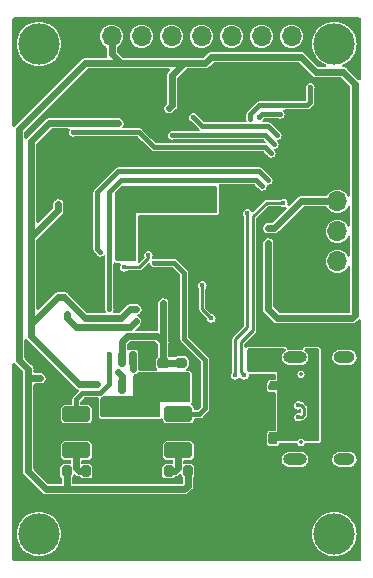
<source format=gbr>
%TF.GenerationSoftware,KiCad,Pcbnew,7.99.0-728-gadc213a04d-dirty*%
%TF.CreationDate,2023-04-29T04:02:39+08:00*%
%TF.ProjectId,HeartRateMonitor,48656172-7452-4617-9465-4d6f6e69746f,rev?*%
%TF.SameCoordinates,Original*%
%TF.FileFunction,Copper,L2,Bot*%
%TF.FilePolarity,Positive*%
%FSLAX46Y46*%
G04 Gerber Fmt 4.6, Leading zero omitted, Abs format (unit mm)*
G04 Created by KiCad (PCBNEW 7.99.0-728-gadc213a04d-dirty) date 2023-04-29 04:02:39*
%MOMM*%
%LPD*%
G01*
G04 APERTURE LIST*
G04 Aperture macros list*
%AMRoundRect*
0 Rectangle with rounded corners*
0 $1 Rounding radius*
0 $2 $3 $4 $5 $6 $7 $8 $9 X,Y pos of 4 corners*
0 Add a 4 corners polygon primitive as box body*
4,1,4,$2,$3,$4,$5,$6,$7,$8,$9,$2,$3,0*
0 Add four circle primitives for the rounded corners*
1,1,$1+$1,$2,$3*
1,1,$1+$1,$4,$5*
1,1,$1+$1,$6,$7*
1,1,$1+$1,$8,$9*
0 Add four rect primitives between the rounded corners*
20,1,$1+$1,$2,$3,$4,$5,0*
20,1,$1+$1,$4,$5,$6,$7,0*
20,1,$1+$1,$6,$7,$8,$9,0*
20,1,$1+$1,$8,$9,$2,$3,0*%
G04 Aperture macros list end*
%TA.AperFunction,ComponentPad*%
%ADD10R,1.700000X1.700000*%
%TD*%
%TA.AperFunction,ComponentPad*%
%ADD11O,1.700000X1.700000*%
%TD*%
%TA.AperFunction,ComponentPad*%
%ADD12C,3.500000*%
%TD*%
%TA.AperFunction,WasherPad*%
%ADD13C,0.350000*%
%TD*%
%TA.AperFunction,ComponentPad*%
%ADD14O,1.800000X1.000000*%
%TD*%
%TA.AperFunction,ComponentPad*%
%ADD15O,2.000000X1.000000*%
%TD*%
%TA.AperFunction,SMDPad,CuDef*%
%ADD16RoundRect,0.200000X-0.200000X-0.275000X0.200000X-0.275000X0.200000X0.275000X-0.200000X0.275000X0*%
%TD*%
%TA.AperFunction,SMDPad,CuDef*%
%ADD17R,1.550000X1.000000*%
%TD*%
%TA.AperFunction,SMDPad,CuDef*%
%ADD18RoundRect,0.200000X0.275000X-0.200000X0.275000X0.200000X-0.275000X0.200000X-0.275000X-0.200000X0*%
%TD*%
%TA.AperFunction,SMDPad,CuDef*%
%ADD19RoundRect,0.250000X-0.925000X0.412500X-0.925000X-0.412500X0.925000X-0.412500X0.925000X0.412500X0*%
%TD*%
%TA.AperFunction,SMDPad,CuDef*%
%ADD20RoundRect,0.200000X0.200000X0.275000X-0.200000X0.275000X-0.200000X-0.275000X0.200000X-0.275000X0*%
%TD*%
%TA.AperFunction,SMDPad,CuDef*%
%ADD21RoundRect,0.225000X0.250000X-0.225000X0.250000X0.225000X-0.250000X0.225000X-0.250000X-0.225000X0*%
%TD*%
%TA.AperFunction,SMDPad,CuDef*%
%ADD22RoundRect,0.150000X-0.150000X0.512500X-0.150000X-0.512500X0.150000X-0.512500X0.150000X0.512500X0*%
%TD*%
%TA.AperFunction,ViaPad*%
%ADD23C,0.450000*%
%TD*%
%TA.AperFunction,Conductor*%
%ADD24C,0.609600*%
%TD*%
%TA.AperFunction,Conductor*%
%ADD25C,0.254000*%
%TD*%
%TA.AperFunction,Conductor*%
%ADD26C,0.406400*%
%TD*%
G04 APERTURE END LIST*
D10*
%TO.P,J3,1,Pin_1*%
%TO.N,GND*%
X106110000Y-101854000D03*
D11*
%TO.P,J3,2,Pin_2*%
%TO.N,+3V3*%
X108650000Y-101854000D03*
%TO.P,J3,3,Pin_3*%
%TO.N,/SCR_SCK*%
X111190000Y-101854000D03*
%TO.P,J3,4,Pin_4*%
%TO.N,/SCR_DATA*%
X113730000Y-101854000D03*
%TO.P,J3,5,Pin_5*%
%TO.N,Net-(J3-Pin_5)*%
X116270000Y-101854000D03*
%TO.P,J3,6,Pin_6*%
%TO.N,Net-(J3-Pin_6)*%
X118810000Y-101854000D03*
%TO.P,J3,7,Pin_7*%
%TO.N,Net-(J3-Pin_7)*%
X121350000Y-101854000D03*
%TO.P,J3,8,Pin_8*%
%TO.N,/SCR_BLK*%
X123890000Y-101854000D03*
%TD*%
D12*
%TO.P,REF\u002A\u002A,1*%
%TO.N,N/C*%
X127500000Y-102500000D03*
%TD*%
%TO.P,REF\u002A\u002A,1*%
%TO.N,N/C*%
X102500000Y-144000000D03*
%TD*%
%TO.P,REF\u002A\u002A,1*%
%TO.N,N/C*%
X102500000Y-102500000D03*
%TD*%
D13*
%TO.P,J1,*%
%TO.N,*%
X124678000Y-130460000D03*
X124678000Y-136240000D03*
D14*
%TO.P,J1,S1,SHIELD*%
%TO.N,N/C*%
X128358000Y-129030000D03*
D15*
X124178000Y-129030000D03*
D14*
%TO.N,Net-(J1-SHIELD)*%
X128358000Y-137670000D03*
D15*
X124178000Y-137670000D03*
%TD*%
D12*
%TO.P,REF\u002A\u002A,1*%
%TO.N,N/C*%
X127500000Y-144000000D03*
%TD*%
D16*
%TO.P,R24,1*%
%TO.N,Net-(D3-A)*%
X113475000Y-138684000D03*
%TO.P,R24,2*%
%TO.N,+3V3*%
X115125000Y-138684000D03*
%TD*%
D17*
%TO.P,D1,1,K*%
%TO.N,Net-(D1-K)*%
X111239000Y-133215000D03*
X108689000Y-133214999D03*
%TO.P,D1,2,A*%
%TO.N,GND*%
X111239000Y-137415000D03*
X108689000Y-137415000D03*
%TD*%
D18*
%TO.P,R13,1*%
%TO.N,Net-(D1-K)*%
X114554000Y-131127000D03*
%TO.P,R13,2*%
%TO.N,/RAW_PH*%
X114554000Y-129477000D03*
%TD*%
D10*
%TO.P,J2,1,Pin_1*%
%TO.N,GND*%
X127762000Y-123444000D03*
D11*
%TO.P,J2,2,Pin_2*%
%TO.N,Net-(J2-Pin_2)*%
X127762000Y-120904000D03*
%TO.P,J2,3,Pin_3*%
%TO.N,Net-(J2-Pin_3)*%
X127762000Y-118364001D03*
%TO.P,J2,4,Pin_4*%
%TO.N,+3V3*%
X127762000Y-115824000D03*
%TD*%
D19*
%TO.P,D3,1,K*%
%TO.N,Net-(D3-K)*%
X114300000Y-133833500D03*
%TO.P,D3,2,A*%
%TO.N,Net-(D3-A)*%
X114300000Y-136908500D03*
%TD*%
%TO.P,D2,1,K*%
%TO.N,Net-(D2-K)*%
X105664000Y-133844500D03*
%TO.P,D2,2,A*%
%TO.N,Net-(D2-A)*%
X105664000Y-136919500D03*
%TD*%
D20*
%TO.P,R23,1*%
%TO.N,Net-(D2-A)*%
X106489000Y-138684000D03*
%TO.P,R23,2*%
%TO.N,+3V3*%
X104839000Y-138684000D03*
%TD*%
D21*
%TO.P,C8,1*%
%TO.N,Net-(D1-K)*%
X113030000Y-131077000D03*
%TO.P,C8,2*%
%TO.N,/RAW_PH*%
X113030000Y-129527000D03*
%TD*%
D22*
%TO.P,U2,1*%
%TO.N,/RAW_PH*%
X109540001Y-129164500D03*
%TO.P,U2,2,V-*%
%TO.N,-3V3*%
X110490000Y-129164500D03*
%TO.P,U2,3,+*%
%TO.N,GND*%
X111439999Y-129164500D03*
%TO.P,U2,4,-*%
%TO.N,Net-(D1-K)*%
X111439999Y-131439500D03*
%TO.P,U2,5,V+*%
%TO.N,+3V3*%
X109540001Y-131439500D03*
%TD*%
D23*
%TO.N,GND*%
X122936000Y-122682000D03*
X113792000Y-123444000D03*
X122936000Y-123444000D03*
X103124000Y-135890000D03*
X128270000Y-127508000D03*
X120396000Y-137668000D03*
X119380000Y-125730000D03*
X107950000Y-113538000D03*
X117602000Y-119126000D03*
X127508000Y-139192000D03*
X108204000Y-106172000D03*
X121666000Y-131064000D03*
X115570000Y-122682000D03*
X110236000Y-122428000D03*
X115570000Y-126746000D03*
X106680000Y-120396000D03*
X107442000Y-106172000D03*
X102870000Y-129540000D03*
X112522000Y-117856000D03*
X122936000Y-139192000D03*
X122428000Y-137668000D03*
X106680000Y-106172000D03*
X112014000Y-128270000D03*
X113538000Y-112014000D03*
X125222000Y-127508000D03*
X114046000Y-128270000D03*
X116840000Y-136398000D03*
X118364000Y-130302000D03*
X123190000Y-113030000D03*
%TO.N,+3V3*%
X116586000Y-116078000D03*
X104140000Y-106426000D03*
X109220000Y-130302000D03*
X121920000Y-119380000D03*
X101600000Y-132588000D03*
X110490000Y-120142000D03*
X121920000Y-118110000D03*
X109728000Y-118110000D03*
X121920000Y-119888000D03*
X102616000Y-130810000D03*
X113538000Y-107950000D03*
X116332000Y-122936000D03*
X117094000Y-125730000D03*
X122428000Y-118110000D03*
%TO.N,/SCR_DATA*%
X122682000Y-110236000D03*
X115570000Y-108712000D03*
%TO.N,/SCR_BLK*%
X125476000Y-106172000D03*
X120396000Y-108846300D03*
%TO.N,Net-(F1-Pad1)*%
X120904000Y-129540000D03*
X122428000Y-131318000D03*
X122174000Y-136144000D03*
X120904000Y-129032000D03*
%TO.N,Net-(U1-UD+)*%
X124460000Y-133096000D03*
X124460000Y-134100000D03*
%TO.N,Net-(D3-K)*%
X107696000Y-120142000D03*
X121920000Y-114046000D03*
X112268000Y-121039970D03*
%TO.N,Net-(D2-K)*%
X108458000Y-124968000D03*
X108458000Y-128778000D03*
X121412000Y-114554000D03*
%TO.N,/SCR_CS*%
X122936000Y-108458000D03*
X121158000Y-108712000D03*
%TO.N,/RAW_PH*%
X113030000Y-124460000D03*
%TO.N,/MCU_TX*%
X120142000Y-116840000D03*
X119126000Y-130556000D03*
%TO.N,/MCU_RX*%
X119888000Y-130556000D03*
X123190000Y-115955000D03*
%TO.N,/LOW_PH*%
X122428000Y-110998000D03*
X113792000Y-110236000D03*
%TO.N,/HIGH_PH*%
X105410000Y-109982000D03*
X122174000Y-111760000D03*
%TO.N,/DIGIPOT_A*%
X109728000Y-121412000D03*
X111760000Y-120396000D03*
%TO.N,/AMP_PH*%
X104902000Y-125376500D03*
X110693500Y-125984000D03*
%TO.N,-3V3*%
X107442000Y-131318000D03*
X109220000Y-109220000D03*
X105918000Y-131318000D03*
X106426000Y-131318000D03*
X104140000Y-123952000D03*
X110490000Y-130048000D03*
X110744000Y-124968000D03*
X106934000Y-131318000D03*
X104140000Y-116078000D03*
%TD*%
D24*
%TO.N,GND*%
X111439999Y-129164500D02*
X111439999Y-128844001D01*
X111439999Y-128844001D02*
X112014000Y-128270000D01*
%TO.N,+3V3*%
X108650000Y-103124000D02*
X108650000Y-103316000D01*
X101600000Y-132080000D02*
X101600000Y-130048000D01*
X129286000Y-105918000D02*
X129286000Y-125476000D01*
X100838000Y-129286000D02*
X100838000Y-109728000D01*
X124714000Y-115824000D02*
X128016000Y-115824000D01*
X101600000Y-130048000D02*
X100838000Y-129286000D01*
X115125000Y-139891000D02*
X114808000Y-140208000D01*
X122682000Y-125730000D02*
X121920000Y-124968000D01*
X129032000Y-125730000D02*
X122682000Y-125730000D01*
X108650000Y-101854000D02*
X108650000Y-103124000D01*
X101600000Y-132080000D02*
X101600000Y-132588000D01*
X114808000Y-140208000D02*
X105664000Y-140208000D01*
X105664000Y-140208000D02*
X105156000Y-140208000D01*
X101600000Y-138684000D02*
X103124000Y-140208000D01*
X109540001Y-130622001D02*
X109540001Y-131439500D01*
X115125000Y-138684000D02*
X115125000Y-139891000D01*
X129286000Y-125476000D02*
X129032000Y-125730000D01*
X109220000Y-130302000D02*
X109540001Y-130622001D01*
X101854000Y-130810000D02*
X101600000Y-131064000D01*
X114808000Y-104140000D02*
X116586000Y-104140000D01*
X114808000Y-104140000D02*
X114046000Y-104140000D01*
X100838000Y-109728000D02*
X104140000Y-106426000D01*
X114046000Y-104140000D02*
X109474000Y-104140000D01*
D25*
X117094000Y-125730000D02*
X116332000Y-124968000D01*
D24*
X117094000Y-103632000D02*
X124714000Y-103632000D01*
X116586000Y-104140000D02*
X117094000Y-103632000D01*
X102616000Y-130810000D02*
X101854000Y-130810000D01*
X121920000Y-124968000D02*
X121920000Y-119888000D01*
X122428000Y-118110000D02*
X121920000Y-118110000D01*
X113792000Y-105156000D02*
X114808000Y-104140000D01*
X108650000Y-103316000D02*
X109474000Y-104140000D01*
X125984000Y-104902000D02*
X128270000Y-104902000D01*
X113538000Y-107950000D02*
X113792000Y-107696000D01*
X122428000Y-118110000D02*
X124714000Y-115824000D01*
X113792000Y-107696000D02*
X113792000Y-105156000D01*
X121920000Y-119380000D02*
X121920000Y-119888000D01*
X124714000Y-103632000D02*
X125984000Y-104902000D01*
X128270000Y-104902000D02*
X129286000Y-105918000D01*
X109474000Y-104140000D02*
X108712000Y-104140000D01*
D25*
X116332000Y-124968000D02*
X116332000Y-122936000D01*
D24*
X108712000Y-104140000D02*
X106426000Y-104140000D01*
X103124000Y-140208000D02*
X105664000Y-140208000D01*
X105156000Y-140208000D02*
X104839000Y-139891000D01*
X106426000Y-104140000D02*
X104140000Y-106426000D01*
X101600000Y-131064000D02*
X101600000Y-132080000D01*
X104839000Y-139891000D02*
X104839000Y-138684000D01*
X101600000Y-132588000D02*
X101600000Y-138684000D01*
D26*
%TO.N,/SCR_DATA*%
X122682000Y-110236000D02*
X121920000Y-109474000D01*
X121920000Y-109474000D02*
X116332000Y-109474000D01*
X116332000Y-109474000D02*
X115570000Y-108712000D01*
%TO.N,/SCR_BLK*%
X120396000Y-108458000D02*
X120396000Y-108846300D01*
X121158000Y-107696000D02*
X120396000Y-108458000D01*
X125476000Y-106172000D02*
X125476000Y-107442000D01*
X125476000Y-107442000D02*
X125222000Y-107696000D01*
X125222000Y-107696000D02*
X121158000Y-107696000D01*
D25*
%TO.N,Net-(U1-UD+)*%
X124460000Y-134100000D02*
X124726000Y-134100000D01*
X124968000Y-133858000D02*
X124968000Y-133350000D01*
X124968000Y-133350000D02*
X124714000Y-133096000D01*
X124726000Y-134100000D02*
X124968000Y-133858000D01*
X124714000Y-133096000D02*
X124460000Y-133096000D01*
D26*
%TO.N,Net-(D3-K)*%
X113927970Y-121039970D02*
X114808000Y-121920000D01*
X121158000Y-113284000D02*
X109220000Y-113284000D01*
X107442000Y-119888000D02*
X107696000Y-120142000D01*
X116053500Y-133833500D02*
X114300000Y-133833500D01*
X121920000Y-114046000D02*
X121158000Y-113284000D01*
X112268000Y-121039970D02*
X113927970Y-121039970D01*
X116586000Y-129286000D02*
X116586000Y-133350000D01*
X116078000Y-133858000D02*
X116053500Y-133833500D01*
X114808000Y-127508000D02*
X116586000Y-129286000D01*
X114808000Y-121920000D02*
X114808000Y-127508000D01*
X109220000Y-113284000D02*
X107442000Y-115062000D01*
X116586000Y-133350000D02*
X116078000Y-133858000D01*
X107442000Y-115062000D02*
X107442000Y-119888000D01*
D24*
%TO.N,Net-(D3-A)*%
X113475000Y-138684000D02*
X114046000Y-138684000D01*
X114300000Y-138430000D02*
X114300000Y-136908500D01*
X114046000Y-138684000D02*
X114300000Y-138430000D01*
D26*
%TO.N,Net-(D2-K)*%
X108458000Y-131318000D02*
X107696000Y-132080000D01*
X109474000Y-114046000D02*
X120904000Y-114046000D01*
X105664000Y-132588000D02*
X105664000Y-133844500D01*
X120904000Y-114046000D02*
X121412000Y-114554000D01*
X108458000Y-128778000D02*
X108458000Y-131318000D01*
X106172000Y-132080000D02*
X105664000Y-132588000D01*
X108458000Y-124968000D02*
X108458000Y-115062000D01*
X108458000Y-115062000D02*
X109474000Y-114046000D01*
X107696000Y-132080000D02*
X106172000Y-132080000D01*
D24*
%TO.N,Net-(D2-A)*%
X105664000Y-138430000D02*
X105664000Y-136919500D01*
X106489000Y-138684000D02*
X105918000Y-138684000D01*
X105918000Y-138684000D02*
X105664000Y-138430000D01*
D26*
%TO.N,/SCR_CS*%
X121412000Y-108458000D02*
X121158000Y-108712000D01*
X122936000Y-108458000D02*
X121412000Y-108458000D01*
D24*
%TO.N,/RAW_PH*%
X109982000Y-127254000D02*
X112522000Y-127254000D01*
X109540001Y-127695999D02*
X109982000Y-127254000D01*
X113080000Y-129477000D02*
X113030000Y-129527000D01*
X114554000Y-129477000D02*
X113080000Y-129477000D01*
X113030000Y-128524000D02*
X113030000Y-124460000D01*
X113030000Y-127762000D02*
X113030000Y-128524000D01*
X113030000Y-128524000D02*
X113030000Y-129527000D01*
X109540001Y-129164500D02*
X109540001Y-127695999D01*
X112522000Y-127254000D02*
X113030000Y-127762000D01*
D25*
%TO.N,/MCU_TX*%
X120142000Y-126492000D02*
X119634000Y-127000000D01*
X119634000Y-127000000D02*
X119126000Y-127508000D01*
X120142000Y-116840000D02*
X120142000Y-126492000D01*
X119126000Y-127508000D02*
X119126000Y-130556000D01*
%TO.N,/MCU_RX*%
X119634000Y-130302000D02*
X119888000Y-130556000D01*
X123190000Y-115955000D02*
X121789000Y-115955000D01*
X119634000Y-127762000D02*
X119634000Y-130302000D01*
X120650000Y-117094000D02*
X120650000Y-126746000D01*
X121789000Y-115955000D02*
X120650000Y-117094000D01*
X120650000Y-126746000D02*
X119634000Y-127762000D01*
D26*
%TO.N,/LOW_PH*%
X122428000Y-110998000D02*
X121666000Y-110236000D01*
X121666000Y-110236000D02*
X113792000Y-110236000D01*
%TO.N,/HIGH_PH*%
X121158000Y-111252000D02*
X121666000Y-111252000D01*
X116586000Y-111252000D02*
X121158000Y-111252000D01*
X121666000Y-111252000D02*
X122174000Y-111760000D01*
X110998000Y-109982000D02*
X111760000Y-110744000D01*
X105410000Y-109982000D02*
X110998000Y-109982000D01*
X112268000Y-111252000D02*
X116586000Y-111252000D01*
X111760000Y-110744000D02*
X112268000Y-111252000D01*
D25*
%TO.N,/DIGIPOT_A*%
X110998000Y-121412000D02*
X111760000Y-120650000D01*
X109728000Y-121412000D02*
X110998000Y-121412000D01*
X111760000Y-120650000D02*
X111760000Y-120396000D01*
D24*
%TO.N,/AMP_PH*%
X110185500Y-126492000D02*
X105664000Y-126492000D01*
X110693500Y-125984000D02*
X110185500Y-126492000D01*
X104902000Y-125730000D02*
X104902000Y-125376500D01*
X105664000Y-126492000D02*
X104902000Y-125730000D01*
%TO.N,-3V3*%
X106426000Y-125730000D02*
X104648000Y-123952000D01*
X101854000Y-110744000D02*
X101854000Y-121158000D01*
X101854000Y-121158000D02*
X101854000Y-126492000D01*
X106934000Y-131318000D02*
X107442000Y-131318000D01*
X110236000Y-124968000D02*
X109474000Y-125730000D01*
X101854000Y-126492000D02*
X101854000Y-127254000D01*
X101854000Y-127254000D02*
X105410000Y-130810000D01*
X104140000Y-116078000D02*
X104140000Y-116586000D01*
X104648000Y-123952000D02*
X104140000Y-123952000D01*
X110490000Y-130048000D02*
X110490000Y-129164500D01*
X104140000Y-116586000D02*
X101854000Y-118872000D01*
X109220000Y-109220000D02*
X103378000Y-109220000D01*
X106426000Y-131318000D02*
X106934000Y-131318000D01*
X110744000Y-124968000D02*
X110236000Y-124968000D01*
X101854000Y-118872000D02*
X101854000Y-121158000D01*
X101854000Y-126238000D02*
X101854000Y-126492000D01*
X103378000Y-109220000D02*
X101854000Y-110744000D01*
X105918000Y-131318000D02*
X106426000Y-131318000D01*
X104140000Y-123952000D02*
X101854000Y-126238000D01*
X105410000Y-130810000D02*
X105918000Y-131318000D01*
X109474000Y-125730000D02*
X106426000Y-125730000D01*
%TD*%
%TA.AperFunction,Conductor*%
%TO.N,+3V3*%
G36*
X117545039Y-114573685D02*
G01*
X117590794Y-114626489D01*
X117602000Y-114678000D01*
X117602000Y-116716000D01*
X117582315Y-116783039D01*
X117529511Y-116828794D01*
X117478000Y-116840000D01*
X110744000Y-116840000D01*
X110744000Y-120780000D01*
X110724315Y-120847039D01*
X110671511Y-120892794D01*
X110620000Y-120904000D01*
X109090000Y-120904000D01*
X109022961Y-120884315D01*
X108977206Y-120831511D01*
X108966000Y-120780000D01*
X108966000Y-115073042D01*
X108985685Y-115006003D01*
X109002319Y-114985361D01*
X109397361Y-114590319D01*
X109458684Y-114556834D01*
X109485042Y-114554000D01*
X117478000Y-114554000D01*
X117545039Y-114573685D01*
G37*
%TD.AperFunction*%
%TD*%
%TA.AperFunction,Conductor*%
%TO.N,Net-(F1-Pad1)*%
G36*
X123341890Y-128289685D02*
G01*
X123387645Y-128342489D01*
X123397589Y-128411647D01*
X123368564Y-128475203D01*
X123347739Y-128494315D01*
X123336252Y-128502662D01*
X123245033Y-128568936D01*
X123143974Y-128691096D01*
X123076469Y-128834551D01*
X123046760Y-128990288D01*
X123056715Y-129148513D01*
X123056716Y-129148516D01*
X123105709Y-129299300D01*
X123190660Y-129433162D01*
X123306233Y-129541693D01*
X123445166Y-129618072D01*
X123445168Y-129618073D01*
X123598726Y-129657500D01*
X123598728Y-129657500D01*
X124713582Y-129657500D01*
X124717476Y-129657500D01*
X124835293Y-129642616D01*
X124982703Y-129584253D01*
X125110967Y-129491063D01*
X125212026Y-129368903D01*
X125279531Y-129225449D01*
X125309239Y-129069714D01*
X125299284Y-128911484D01*
X125250291Y-128760700D01*
X125165340Y-128626838D01*
X125049767Y-128518307D01*
X125021307Y-128502660D01*
X124972044Y-128453116D01*
X124957388Y-128384801D01*
X124981992Y-128319406D01*
X125038045Y-128277695D01*
X125081046Y-128270000D01*
X126114000Y-128270000D01*
X126181039Y-128289685D01*
X126226794Y-128342489D01*
X126238000Y-128394000D01*
X126238000Y-136020000D01*
X126218315Y-136087039D01*
X126165511Y-136132794D01*
X126114000Y-136144000D01*
X125043463Y-136144000D01*
X124976424Y-136124315D01*
X124936076Y-136082000D01*
X124913304Y-136042557D01*
X124831584Y-135973986D01*
X124731339Y-135937500D01*
X124624661Y-135937500D01*
X124524416Y-135973986D01*
X124442695Y-136042556D01*
X124419923Y-136082000D01*
X124369356Y-136130215D01*
X124312536Y-136144000D01*
X122682000Y-136144000D01*
X122682000Y-136274000D01*
X122662315Y-136341039D01*
X122609511Y-136386794D01*
X122558000Y-136398000D01*
X122044000Y-136398000D01*
X121976961Y-136378315D01*
X121931206Y-136325511D01*
X121920000Y-136274000D01*
X121920000Y-135506000D01*
X121939685Y-135438961D01*
X121992489Y-135393206D01*
X122044000Y-135382000D01*
X122682000Y-135382000D01*
X122682000Y-134100000D01*
X124103105Y-134100000D01*
X124120573Y-134210285D01*
X124171266Y-134309777D01*
X124250222Y-134388733D01*
X124349714Y-134439426D01*
X124459999Y-134456894D01*
X124459999Y-134456893D01*
X124460000Y-134456894D01*
X124570286Y-134439426D01*
X124669777Y-134388733D01*
X124669777Y-134388732D01*
X124687277Y-134379816D01*
X124687755Y-134380754D01*
X124727039Y-134359298D01*
X124729056Y-134358877D01*
X124825301Y-134339734D01*
X124825302Y-134339733D01*
X124825303Y-134339733D01*
X124905840Y-134285921D01*
X124905845Y-134285915D01*
X124909484Y-134283484D01*
X124916900Y-134272384D01*
X124932313Y-134253603D01*
X125121600Y-134064315D01*
X125140386Y-134048898D01*
X125151484Y-134041484D01*
X125207734Y-133957301D01*
X125222500Y-133883067D01*
X125224883Y-133871089D01*
X125224883Y-133871085D01*
X125227486Y-133858000D01*
X125224882Y-133844907D01*
X125222500Y-133820718D01*
X125222500Y-133387276D01*
X125224882Y-133363087D01*
X125225067Y-133362153D01*
X125227485Y-133350000D01*
X125224882Y-133336912D01*
X125224880Y-133336900D01*
X125218689Y-133305777D01*
X125207734Y-133250699D01*
X125206710Y-133245550D01*
X125197510Y-133235399D01*
X125158901Y-133177613D01*
X125158894Y-133177605D01*
X125151484Y-133166516D01*
X125140390Y-133159103D01*
X125121600Y-133143682D01*
X124920317Y-132942399D01*
X124904896Y-132923608D01*
X124897484Y-132912516D01*
X124886390Y-132905103D01*
X124886388Y-132905101D01*
X124813299Y-132856264D01*
X124732198Y-132840133D01*
X124670287Y-132807749D01*
X124669816Y-132807286D01*
X124570285Y-132756573D01*
X124460000Y-132739105D01*
X124349714Y-132756573D01*
X124250222Y-132807266D01*
X124171266Y-132886222D01*
X124120573Y-132985714D01*
X124103105Y-133096000D01*
X124120573Y-133206285D01*
X124171266Y-133305777D01*
X124250222Y-133384733D01*
X124349714Y-133435426D01*
X124459999Y-133452894D01*
X124459999Y-133452893D01*
X124460000Y-133452894D01*
X124570102Y-133435455D01*
X124639395Y-133444409D01*
X124692847Y-133489405D01*
X124713487Y-133556156D01*
X124713500Y-133557928D01*
X124713500Y-133638071D01*
X124693815Y-133705110D01*
X124641011Y-133750865D01*
X124571853Y-133760809D01*
X124570102Y-133760544D01*
X124460000Y-133743105D01*
X124349714Y-133760573D01*
X124250222Y-133811266D01*
X124171266Y-133890222D01*
X124120573Y-133989714D01*
X124103105Y-134100000D01*
X122682000Y-134100000D01*
X122682000Y-131826000D01*
X122044000Y-131826000D01*
X121976961Y-131806315D01*
X121931206Y-131753511D01*
X121920000Y-131702000D01*
X121920000Y-131359872D01*
X121939685Y-131292833D01*
X121954205Y-131274813D01*
X122005426Y-131174286D01*
X122006327Y-131168600D01*
X122036257Y-131105466D01*
X122095570Y-131068536D01*
X122128800Y-131064000D01*
X122682000Y-131064000D01*
X122682000Y-130460000D01*
X124370832Y-130460000D01*
X124389356Y-130565057D01*
X124442694Y-130657440D01*
X124442696Y-130657443D01*
X124524416Y-130726014D01*
X124624661Y-130762500D01*
X124731339Y-130762500D01*
X124831584Y-130726014D01*
X124913304Y-130657443D01*
X124966643Y-130565057D01*
X124985167Y-130460000D01*
X124966643Y-130354943D01*
X124966643Y-130354942D01*
X124913305Y-130262559D01*
X124913304Y-130262557D01*
X124831584Y-130193986D01*
X124731339Y-130157500D01*
X124624661Y-130157500D01*
X124524416Y-130193986D01*
X124442695Y-130262556D01*
X124389356Y-130354942D01*
X124370832Y-130460000D01*
X122682000Y-130460000D01*
X122682000Y-130302000D01*
X120266000Y-130302000D01*
X120198961Y-130282315D01*
X120153206Y-130229511D01*
X120142000Y-130178000D01*
X120142000Y-128394000D01*
X120161685Y-128326961D01*
X120214489Y-128281206D01*
X120266000Y-128270000D01*
X123274851Y-128270000D01*
X123341890Y-128289685D01*
G37*
%TD.AperFunction*%
%TD*%
%TA.AperFunction,Conductor*%
%TO.N,GND*%
G36*
X129688539Y-100274185D02*
G01*
X129734294Y-100326989D01*
X129745500Y-100378500D01*
X129745500Y-105466773D01*
X129725815Y-105533812D01*
X129673011Y-105579567D01*
X129603853Y-105589511D01*
X129540297Y-105560486D01*
X129533819Y-105554454D01*
X128597770Y-104618405D01*
X128588512Y-104608046D01*
X128567360Y-104581522D01*
X128545617Y-104566698D01*
X128522096Y-104550661D01*
X128518328Y-104547987D01*
X128474282Y-104515480D01*
X128469224Y-104511747D01*
X128465696Y-104509966D01*
X128459688Y-104508112D01*
X128459687Y-104508112D01*
X128407356Y-104491969D01*
X128402959Y-104490522D01*
X128345350Y-104470363D01*
X128341446Y-104469700D01*
X128335159Y-104469700D01*
X128280403Y-104469700D01*
X128275745Y-104469612D01*
X128274935Y-104469581D01*
X128274301Y-104469558D01*
X128208050Y-104447363D01*
X128164316Y-104392873D01*
X128156984Y-104323390D01*
X128188381Y-104260972D01*
X128235634Y-104229465D01*
X128281934Y-104212197D01*
X128517646Y-104083488D01*
X128732642Y-103922544D01*
X128922544Y-103732642D01*
X129083488Y-103517646D01*
X129212197Y-103281934D01*
X129306050Y-103030304D01*
X129363137Y-102767879D01*
X129382296Y-102500000D01*
X129363137Y-102232121D01*
X129306050Y-101969696D01*
X129212197Y-101718066D01*
X129083488Y-101482354D01*
X129080315Y-101478116D01*
X129043251Y-101428605D01*
X128922544Y-101267358D01*
X128732642Y-101077456D01*
X128557755Y-100946537D01*
X128517644Y-100916510D01*
X128399789Y-100852157D01*
X128281934Y-100787803D01*
X128030304Y-100693950D01*
X128030299Y-100693948D01*
X127767879Y-100636863D01*
X127500000Y-100617703D01*
X127232120Y-100636863D01*
X126969700Y-100693948D01*
X126877663Y-100728276D01*
X126718066Y-100787803D01*
X126671089Y-100813454D01*
X126482355Y-100916510D01*
X126267355Y-101077458D01*
X126077458Y-101267355D01*
X125916510Y-101482355D01*
X125818213Y-101662374D01*
X125787803Y-101718066D01*
X125737102Y-101854000D01*
X125693948Y-101969700D01*
X125636863Y-102232120D01*
X125617703Y-102499999D01*
X125636863Y-102767879D01*
X125693948Y-103030299D01*
X125693950Y-103030304D01*
X125787803Y-103281934D01*
X125834013Y-103366561D01*
X125916510Y-103517644D01*
X125959902Y-103575608D01*
X126077456Y-103732642D01*
X126267358Y-103922544D01*
X126428604Y-104043252D01*
X126482355Y-104083489D01*
X126600210Y-104147842D01*
X126718066Y-104212197D01*
X126764508Y-104229519D01*
X126820441Y-104271389D01*
X126844858Y-104336854D01*
X126830006Y-104405127D01*
X126780601Y-104454532D01*
X126721174Y-104469700D01*
X126214426Y-104469700D01*
X126147387Y-104450015D01*
X126126745Y-104433381D01*
X125041774Y-103348409D01*
X125032508Y-103338041D01*
X125027967Y-103332347D01*
X125011360Y-103311522D01*
X124972112Y-103284763D01*
X124966096Y-103280661D01*
X124962328Y-103277987D01*
X124918282Y-103245480D01*
X124913224Y-103241747D01*
X124909696Y-103239966D01*
X124903688Y-103238112D01*
X124903687Y-103238112D01*
X124851356Y-103221969D01*
X124846959Y-103220522D01*
X124789350Y-103200363D01*
X124785446Y-103199700D01*
X124779159Y-103199700D01*
X124724403Y-103199700D01*
X124719767Y-103199613D01*
X124658759Y-103197330D01*
X124640761Y-103199700D01*
X117125237Y-103199700D01*
X117111353Y-103198920D01*
X117077652Y-103195122D01*
X117023869Y-103205299D01*
X117019299Y-103206076D01*
X116958928Y-103215176D01*
X116955162Y-103216415D01*
X116901196Y-103244936D01*
X116897059Y-103247024D01*
X116842066Y-103273506D01*
X116838840Y-103275796D01*
X116795685Y-103318950D01*
X116792349Y-103322163D01*
X116747584Y-103363701D01*
X116736534Y-103378100D01*
X116443254Y-103671381D01*
X116381931Y-103704866D01*
X116355573Y-103707700D01*
X114839237Y-103707700D01*
X114825353Y-103706920D01*
X114791653Y-103703122D01*
X114780128Y-103705303D01*
X114778888Y-103705538D01*
X114755836Y-103707700D01*
X109704427Y-103707700D01*
X109637388Y-103688015D01*
X109616746Y-103671381D01*
X109118619Y-103173254D01*
X109085134Y-103111931D01*
X109082300Y-103085573D01*
X109082300Y-102805628D01*
X109101985Y-102738589D01*
X109147845Y-102696271D01*
X109195698Y-102670694D01*
X109344541Y-102548541D01*
X109466694Y-102399698D01*
X109557462Y-102229883D01*
X109613357Y-102045624D01*
X109632230Y-101854000D01*
X110207770Y-101854000D01*
X110226643Y-102045625D01*
X110282537Y-102229883D01*
X110367444Y-102388731D01*
X110373306Y-102399698D01*
X110495459Y-102548541D01*
X110644302Y-102670694D01*
X110729209Y-102716077D01*
X110814116Y-102761462D01*
X110894349Y-102785800D01*
X110998376Y-102817357D01*
X111190000Y-102836230D01*
X111381624Y-102817357D01*
X111565883Y-102761462D01*
X111735698Y-102670694D01*
X111884541Y-102548541D01*
X112006694Y-102399698D01*
X112097462Y-102229883D01*
X112153357Y-102045624D01*
X112172230Y-101854000D01*
X112747770Y-101854000D01*
X112766643Y-102045625D01*
X112822537Y-102229883D01*
X112907444Y-102388731D01*
X112913306Y-102399698D01*
X113035459Y-102548541D01*
X113184302Y-102670694D01*
X113269209Y-102716077D01*
X113354116Y-102761462D01*
X113434349Y-102785800D01*
X113538376Y-102817357D01*
X113730000Y-102836230D01*
X113921624Y-102817357D01*
X114105883Y-102761462D01*
X114275698Y-102670694D01*
X114424541Y-102548541D01*
X114546694Y-102399698D01*
X114637462Y-102229883D01*
X114693357Y-102045624D01*
X114712230Y-101854000D01*
X115287770Y-101854000D01*
X115306643Y-102045625D01*
X115362537Y-102229883D01*
X115447444Y-102388731D01*
X115453306Y-102399698D01*
X115575459Y-102548541D01*
X115724302Y-102670694D01*
X115809209Y-102716077D01*
X115894116Y-102761462D01*
X115974349Y-102785800D01*
X116078376Y-102817357D01*
X116270000Y-102836230D01*
X116461624Y-102817357D01*
X116645883Y-102761462D01*
X116815698Y-102670694D01*
X116964541Y-102548541D01*
X117086694Y-102399698D01*
X117177462Y-102229883D01*
X117233357Y-102045624D01*
X117252230Y-101854000D01*
X117827770Y-101854000D01*
X117846643Y-102045625D01*
X117902537Y-102229883D01*
X117987444Y-102388731D01*
X117993306Y-102399698D01*
X118115459Y-102548541D01*
X118264302Y-102670694D01*
X118349209Y-102716077D01*
X118434116Y-102761462D01*
X118514349Y-102785800D01*
X118618376Y-102817357D01*
X118810000Y-102836230D01*
X119001624Y-102817357D01*
X119185883Y-102761462D01*
X119355698Y-102670694D01*
X119504541Y-102548541D01*
X119626694Y-102399698D01*
X119717462Y-102229883D01*
X119773357Y-102045624D01*
X119792230Y-101854000D01*
X120367770Y-101854000D01*
X120386643Y-102045625D01*
X120442537Y-102229883D01*
X120527444Y-102388731D01*
X120533306Y-102399698D01*
X120655459Y-102548541D01*
X120804302Y-102670694D01*
X120889209Y-102716077D01*
X120974116Y-102761462D01*
X121054349Y-102785800D01*
X121158376Y-102817357D01*
X121350000Y-102836230D01*
X121541624Y-102817357D01*
X121725883Y-102761462D01*
X121895698Y-102670694D01*
X122044541Y-102548541D01*
X122166694Y-102399698D01*
X122257462Y-102229883D01*
X122313357Y-102045624D01*
X122332230Y-101854000D01*
X122907770Y-101854000D01*
X122926643Y-102045625D01*
X122982537Y-102229883D01*
X123067444Y-102388731D01*
X123073306Y-102399698D01*
X123195459Y-102548541D01*
X123344302Y-102670694D01*
X123429209Y-102716077D01*
X123514116Y-102761462D01*
X123594349Y-102785800D01*
X123698376Y-102817357D01*
X123890000Y-102836230D01*
X124081624Y-102817357D01*
X124265883Y-102761462D01*
X124435698Y-102670694D01*
X124584541Y-102548541D01*
X124706694Y-102399698D01*
X124797462Y-102229883D01*
X124853357Y-102045624D01*
X124872230Y-101854000D01*
X124853357Y-101662376D01*
X124798748Y-101482355D01*
X124797462Y-101478116D01*
X124752077Y-101393209D01*
X124706694Y-101308302D01*
X124584541Y-101159459D01*
X124435698Y-101037306D01*
X124424731Y-101031444D01*
X124265883Y-100946537D01*
X124081625Y-100890643D01*
X123985812Y-100881206D01*
X123890000Y-100871770D01*
X123889999Y-100871770D01*
X123698374Y-100890643D01*
X123514116Y-100946537D01*
X123344303Y-101037305D01*
X123195459Y-101159459D01*
X123073305Y-101308303D01*
X122982537Y-101478116D01*
X122926643Y-101662374D01*
X122907770Y-101854000D01*
X122332230Y-101854000D01*
X122313357Y-101662376D01*
X122258748Y-101482355D01*
X122257462Y-101478116D01*
X122212077Y-101393209D01*
X122166694Y-101308302D01*
X122044541Y-101159459D01*
X121895698Y-101037306D01*
X121884731Y-101031444D01*
X121725883Y-100946537D01*
X121541625Y-100890643D01*
X121350000Y-100871770D01*
X121158374Y-100890643D01*
X120974116Y-100946537D01*
X120804303Y-101037305D01*
X120655459Y-101159459D01*
X120533305Y-101308303D01*
X120442537Y-101478116D01*
X120386643Y-101662374D01*
X120367770Y-101854000D01*
X119792230Y-101854000D01*
X119773357Y-101662376D01*
X119718748Y-101482355D01*
X119717462Y-101478116D01*
X119672077Y-101393209D01*
X119626694Y-101308302D01*
X119504541Y-101159459D01*
X119355698Y-101037306D01*
X119344731Y-101031444D01*
X119185883Y-100946537D01*
X119001625Y-100890643D01*
X118905811Y-100881206D01*
X118810000Y-100871770D01*
X118809999Y-100871770D01*
X118618374Y-100890643D01*
X118434116Y-100946537D01*
X118264303Y-101037305D01*
X118115459Y-101159459D01*
X117993305Y-101308303D01*
X117902537Y-101478116D01*
X117846643Y-101662374D01*
X117827770Y-101854000D01*
X117252230Y-101854000D01*
X117233357Y-101662376D01*
X117178748Y-101482355D01*
X117177462Y-101478116D01*
X117132077Y-101393209D01*
X117086694Y-101308302D01*
X116964541Y-101159459D01*
X116815698Y-101037306D01*
X116804731Y-101031444D01*
X116645883Y-100946537D01*
X116461625Y-100890643D01*
X116270000Y-100871770D01*
X116078374Y-100890643D01*
X115894116Y-100946537D01*
X115724303Y-101037305D01*
X115575459Y-101159459D01*
X115453305Y-101308303D01*
X115362537Y-101478116D01*
X115306643Y-101662374D01*
X115287770Y-101854000D01*
X114712230Y-101854000D01*
X114693357Y-101662376D01*
X114638748Y-101482355D01*
X114637462Y-101478116D01*
X114592077Y-101393209D01*
X114546694Y-101308302D01*
X114424541Y-101159459D01*
X114275698Y-101037306D01*
X114264731Y-101031444D01*
X114105883Y-100946537D01*
X113921625Y-100890643D01*
X113825812Y-100881206D01*
X113730000Y-100871770D01*
X113729999Y-100871770D01*
X113538374Y-100890643D01*
X113354116Y-100946537D01*
X113184303Y-101037305D01*
X113035459Y-101159459D01*
X112913305Y-101308303D01*
X112822537Y-101478116D01*
X112766643Y-101662374D01*
X112747770Y-101854000D01*
X112172230Y-101854000D01*
X112153357Y-101662376D01*
X112098748Y-101482355D01*
X112097462Y-101478116D01*
X112052077Y-101393209D01*
X112006694Y-101308302D01*
X111884541Y-101159459D01*
X111735698Y-101037306D01*
X111724731Y-101031444D01*
X111565883Y-100946537D01*
X111381625Y-100890643D01*
X111190000Y-100871770D01*
X110998374Y-100890643D01*
X110814116Y-100946537D01*
X110644303Y-101037305D01*
X110495459Y-101159459D01*
X110373305Y-101308303D01*
X110282537Y-101478116D01*
X110226643Y-101662374D01*
X110207770Y-101854000D01*
X109632230Y-101854000D01*
X109613357Y-101662376D01*
X109558748Y-101482355D01*
X109557462Y-101478116D01*
X109512077Y-101393209D01*
X109466694Y-101308302D01*
X109344541Y-101159459D01*
X109195698Y-101037306D01*
X109184731Y-101031444D01*
X109025883Y-100946537D01*
X108841625Y-100890643D01*
X108650000Y-100871770D01*
X108458374Y-100890643D01*
X108274116Y-100946537D01*
X108104303Y-101037305D01*
X107955459Y-101159459D01*
X107833305Y-101308303D01*
X107742537Y-101478116D01*
X107686643Y-101662374D01*
X107667770Y-101854000D01*
X107686643Y-102045625D01*
X107742537Y-102229883D01*
X107827444Y-102388731D01*
X107833306Y-102399698D01*
X107955459Y-102548541D01*
X108104302Y-102670694D01*
X108152154Y-102696271D01*
X108201997Y-102745231D01*
X108217700Y-102805628D01*
X108217700Y-103284763D01*
X108216920Y-103298647D01*
X108213122Y-103332346D01*
X108223302Y-103386154D01*
X108224078Y-103390720D01*
X108233178Y-103451090D01*
X108234407Y-103454825D01*
X108262945Y-103508822D01*
X108265026Y-103512946D01*
X108267290Y-103517646D01*
X108273191Y-103529898D01*
X108284543Y-103598839D01*
X108256821Y-103662974D01*
X108198826Y-103701940D01*
X108161471Y-103707700D01*
X106457237Y-103707700D01*
X106443353Y-103706920D01*
X106409652Y-103703122D01*
X106355843Y-103713302D01*
X106351280Y-103714077D01*
X106290914Y-103723177D01*
X106287170Y-103724409D01*
X106233215Y-103752925D01*
X106229080Y-103755012D01*
X106174070Y-103781505D01*
X106170837Y-103783799D01*
X106127685Y-103826950D01*
X106124349Y-103830163D01*
X106079584Y-103871701D01*
X106068534Y-103886100D01*
X103862950Y-106091684D01*
X100554407Y-109400226D01*
X100544041Y-109409490D01*
X100517522Y-109430639D01*
X100486667Y-109475893D01*
X100483992Y-109479664D01*
X100478275Y-109487409D01*
X100422633Y-109529664D01*
X100352977Y-109535129D01*
X100291425Y-109502067D01*
X100257518Y-109440976D01*
X100254500Y-109413784D01*
X100254500Y-102499999D01*
X100617703Y-102499999D01*
X100636863Y-102767879D01*
X100693948Y-103030299D01*
X100693950Y-103030304D01*
X100787803Y-103281934D01*
X100834013Y-103366561D01*
X100916510Y-103517644D01*
X100959902Y-103575608D01*
X101077456Y-103732642D01*
X101267358Y-103922544D01*
X101428604Y-104043252D01*
X101482355Y-104083489D01*
X101513727Y-104100619D01*
X101718066Y-104212197D01*
X101969696Y-104306050D01*
X101969699Y-104306050D01*
X101969700Y-104306051D01*
X102007051Y-104314176D01*
X102232121Y-104363137D01*
X102480840Y-104380925D01*
X102499999Y-104382296D01*
X102499999Y-104382295D01*
X102500000Y-104382296D01*
X102767879Y-104363137D01*
X103030304Y-104306050D01*
X103281934Y-104212197D01*
X103517646Y-104083488D01*
X103732642Y-103922544D01*
X103922544Y-103732642D01*
X104083488Y-103517646D01*
X104212197Y-103281934D01*
X104306050Y-103030304D01*
X104363137Y-102767879D01*
X104382296Y-102500000D01*
X104363137Y-102232121D01*
X104306050Y-101969696D01*
X104212197Y-101718066D01*
X104083488Y-101482354D01*
X104080315Y-101478116D01*
X104043252Y-101428604D01*
X103922544Y-101267358D01*
X103732642Y-101077456D01*
X103557755Y-100946537D01*
X103517644Y-100916510D01*
X103399789Y-100852157D01*
X103281934Y-100787803D01*
X103030304Y-100693950D01*
X103030299Y-100693948D01*
X102767879Y-100636863D01*
X102499999Y-100617703D01*
X102232120Y-100636863D01*
X101969700Y-100693948D01*
X101877663Y-100728276D01*
X101718066Y-100787803D01*
X101671089Y-100813454D01*
X101482355Y-100916510D01*
X101267355Y-101077458D01*
X101077458Y-101267355D01*
X100916510Y-101482355D01*
X100818213Y-101662374D01*
X100787803Y-101718066D01*
X100737102Y-101854000D01*
X100693948Y-101969700D01*
X100636863Y-102232120D01*
X100617703Y-102499999D01*
X100254500Y-102499999D01*
X100254500Y-100378500D01*
X100274185Y-100311461D01*
X100326989Y-100265706D01*
X100378500Y-100254500D01*
X129621500Y-100254500D01*
X129688539Y-100274185D01*
G37*
%TD.AperFunction*%
%TA.AperFunction,Conductor*%
G36*
X124550612Y-104083985D02*
G01*
X124571254Y-104100619D01*
X125656225Y-105185590D01*
X125665491Y-105195958D01*
X125686640Y-105222478D01*
X125731125Y-105252807D01*
X125731876Y-105253319D01*
X125735659Y-105256003D01*
X125784785Y-105292260D01*
X125788289Y-105294029D01*
X125794310Y-105295886D01*
X125794313Y-105295888D01*
X125846680Y-105312040D01*
X125850996Y-105313461D01*
X125902722Y-105331562D01*
X125902726Y-105331562D01*
X125908667Y-105333641D01*
X125912540Y-105334300D01*
X125918841Y-105334300D01*
X125973597Y-105334300D01*
X125978233Y-105334387D01*
X126032949Y-105336434D01*
X126032950Y-105336433D01*
X126039240Y-105336669D01*
X126057239Y-105334300D01*
X128039573Y-105334300D01*
X128106612Y-105353985D01*
X128127254Y-105370619D01*
X128817381Y-106060746D01*
X128850866Y-106122069D01*
X128853700Y-106148427D01*
X128853700Y-115297766D01*
X128834015Y-115364805D01*
X128781211Y-115410560D01*
X128712053Y-115420504D01*
X128648497Y-115391479D01*
X128620342Y-115356219D01*
X128600218Y-115318570D01*
X128578694Y-115278302D01*
X128456541Y-115129459D01*
X128307698Y-115007306D01*
X128296731Y-115001444D01*
X128137883Y-114916537D01*
X127953625Y-114860643D01*
X127857812Y-114851206D01*
X127762000Y-114841770D01*
X127761999Y-114841770D01*
X127570374Y-114860643D01*
X127386116Y-114916537D01*
X127216303Y-115007305D01*
X127067459Y-115129459D01*
X126945305Y-115278303D01*
X126919729Y-115326153D01*
X126870767Y-115375997D01*
X126810371Y-115391700D01*
X124745237Y-115391700D01*
X124731353Y-115390920D01*
X124697652Y-115387122D01*
X124643843Y-115397302D01*
X124639280Y-115398077D01*
X124578914Y-115407177D01*
X124575170Y-115408409D01*
X124521215Y-115436925D01*
X124517080Y-115439012D01*
X124462070Y-115465505D01*
X124458837Y-115467799D01*
X124415685Y-115510950D01*
X124412349Y-115514163D01*
X124367584Y-115555701D01*
X124356534Y-115570100D01*
X123736815Y-116189819D01*
X123675492Y-116223304D01*
X123605800Y-116218320D01*
X123549867Y-116176448D01*
X123525450Y-116110984D01*
X123526661Y-116082739D01*
X123529425Y-116065287D01*
X123529426Y-116065286D01*
X123546894Y-115955000D01*
X123529426Y-115844714D01*
X123518872Y-115824000D01*
X123478733Y-115745222D01*
X123399777Y-115666266D01*
X123300285Y-115615573D01*
X123190000Y-115598105D01*
X123079714Y-115615573D01*
X122962723Y-115675183D01*
X122962600Y-115674942D01*
X122920985Y-115697666D01*
X122894627Y-115700500D01*
X121826277Y-115700500D01*
X121802088Y-115698118D01*
X121789000Y-115695514D01*
X121775912Y-115698118D01*
X121775900Y-115698119D01*
X121659273Y-115721317D01*
X121628029Y-115756420D01*
X121626760Y-115757320D01*
X121605515Y-115771515D01*
X121598101Y-115782611D01*
X121582682Y-115801398D01*
X120660483Y-116723597D01*
X120599160Y-116757082D01*
X120529468Y-116752098D01*
X120473535Y-116710226D01*
X120462317Y-116692210D01*
X120430733Y-116630222D01*
X120351777Y-116551266D01*
X120252285Y-116500573D01*
X120141999Y-116483105D01*
X120031714Y-116500573D01*
X119932222Y-116551266D01*
X119853266Y-116630222D01*
X119802573Y-116729714D01*
X119785105Y-116839999D01*
X119802573Y-116950285D01*
X119862183Y-117067277D01*
X119861942Y-117067399D01*
X119884665Y-117109009D01*
X119887500Y-117135372D01*
X119887500Y-126335220D01*
X119867815Y-126402259D01*
X119851181Y-126422901D01*
X119436314Y-126837768D01*
X118972399Y-127301681D01*
X118953615Y-127317098D01*
X118942515Y-127324515D01*
X118928319Y-127345761D01*
X118928387Y-127345660D01*
X118928319Y-127345762D01*
X118928316Y-127345766D01*
X118907120Y-127377489D01*
X118903530Y-127382862D01*
X118886266Y-127408698D01*
X118878106Y-127449725D01*
X118866514Y-127507999D01*
X118869117Y-127521085D01*
X118871500Y-127545277D01*
X118871500Y-130260627D01*
X118851815Y-130327666D01*
X118837963Y-130344855D01*
X118786573Y-130445714D01*
X118769105Y-130556000D01*
X118786573Y-130666285D01*
X118837266Y-130765777D01*
X118916222Y-130844733D01*
X119015713Y-130895425D01*
X119015714Y-130895426D01*
X119126000Y-130912894D01*
X119236286Y-130895426D01*
X119335777Y-130844733D01*
X119373010Y-130807500D01*
X119419319Y-130761192D01*
X119480642Y-130727707D01*
X119550334Y-130732691D01*
X119594681Y-130761192D01*
X119678222Y-130844733D01*
X119777714Y-130895425D01*
X119777714Y-130895426D01*
X119888000Y-130912894D01*
X119998286Y-130895426D01*
X120097777Y-130844733D01*
X120176733Y-130765777D01*
X120227426Y-130666286D01*
X120237029Y-130605655D01*
X120247571Y-130539102D01*
X120277501Y-130475967D01*
X120336812Y-130439036D01*
X120370044Y-130434500D01*
X122425500Y-130434500D01*
X122492539Y-130454185D01*
X122538294Y-130506989D01*
X122549500Y-130558500D01*
X122549500Y-130807500D01*
X122529815Y-130874539D01*
X122477011Y-130920294D01*
X122425500Y-130931500D01*
X122128800Y-130931500D01*
X122126695Y-130931642D01*
X122126693Y-130931643D01*
X122112964Y-130932575D01*
X122112950Y-130932576D01*
X122110880Y-130932717D01*
X122108840Y-130932995D01*
X122108815Y-130932998D01*
X122077647Y-130937253D01*
X122025537Y-130956056D01*
X121971132Y-130989930D01*
X121966772Y-130992369D01*
X121916529Y-131048705D01*
X121886259Y-131112559D01*
X121878779Y-131130988D01*
X121848243Y-131190918D01*
X121838319Y-131206241D01*
X121812552Y-131255501D01*
X121792866Y-131322543D01*
X121787500Y-131359870D01*
X121787500Y-131359872D01*
X121787500Y-131702000D01*
X121787852Y-131705280D01*
X121787853Y-131705287D01*
X121788173Y-131708259D01*
X121790528Y-131730166D01*
X121791233Y-131733409D01*
X121791234Y-131733412D01*
X121801733Y-131781675D01*
X121801733Y-131781676D01*
X121801734Y-131781677D01*
X121831069Y-131840280D01*
X121876824Y-131893084D01*
X121939630Y-131933448D01*
X122006669Y-131953133D01*
X122031556Y-131956711D01*
X122043999Y-131958500D01*
X122044000Y-131958500D01*
X122425500Y-131958500D01*
X122492539Y-131978185D01*
X122538294Y-132030989D01*
X122549500Y-132082500D01*
X122549500Y-135125500D01*
X122529815Y-135192539D01*
X122477011Y-135238294D01*
X122425500Y-135249500D01*
X122044000Y-135249500D01*
X122040720Y-135249852D01*
X122040712Y-135249853D01*
X122019134Y-135252173D01*
X122019129Y-135252173D01*
X122015834Y-135252528D01*
X122012593Y-135253232D01*
X122012587Y-135253234D01*
X121964324Y-135263733D01*
X121905720Y-135293069D01*
X121852916Y-135338823D01*
X121812551Y-135401631D01*
X121792866Y-135468671D01*
X121787500Y-135505998D01*
X121787500Y-135506000D01*
X121787500Y-136274000D01*
X121787852Y-136277280D01*
X121787853Y-136277287D01*
X121789885Y-136296185D01*
X121790528Y-136302166D01*
X121791233Y-136305409D01*
X121791234Y-136305412D01*
X121801733Y-136353675D01*
X121801733Y-136353676D01*
X121801734Y-136353677D01*
X121831069Y-136412280D01*
X121876824Y-136465084D01*
X121939630Y-136505448D01*
X122006669Y-136525133D01*
X122025401Y-136527826D01*
X122043999Y-136530500D01*
X122044000Y-136530500D01*
X122554690Y-136530500D01*
X122558000Y-136530500D01*
X122586166Y-136527472D01*
X122637677Y-136516266D01*
X122696280Y-136486931D01*
X122749084Y-136441176D01*
X122789448Y-136378370D01*
X122793207Y-136365565D01*
X122830982Y-136306787D01*
X122894538Y-136277762D01*
X122912185Y-136276500D01*
X124278184Y-136276500D01*
X124345223Y-136296185D01*
X124385571Y-136338500D01*
X124428168Y-136412280D01*
X124442696Y-136437443D01*
X124524416Y-136506014D01*
X124624661Y-136542500D01*
X124731339Y-136542500D01*
X124831584Y-136506014D01*
X124913304Y-136437443D01*
X124961666Y-136353677D01*
X124970429Y-136338500D01*
X125020996Y-136290284D01*
X125077816Y-136276500D01*
X126110690Y-136276500D01*
X126114000Y-136276500D01*
X126142166Y-136273472D01*
X126193677Y-136262266D01*
X126252280Y-136232931D01*
X126305084Y-136187176D01*
X126345448Y-136124370D01*
X126365133Y-136057331D01*
X126370500Y-136020000D01*
X126370500Y-128990288D01*
X127326760Y-128990288D01*
X127336715Y-129148513D01*
X127336716Y-129148516D01*
X127385709Y-129299300D01*
X127470660Y-129433162D01*
X127586233Y-129541693D01*
X127708042Y-129608658D01*
X127725168Y-129618073D01*
X127878726Y-129657500D01*
X127878728Y-129657500D01*
X128793582Y-129657500D01*
X128797476Y-129657500D01*
X128915293Y-129642616D01*
X129062703Y-129584253D01*
X129190967Y-129491063D01*
X129292026Y-129368903D01*
X129359531Y-129225449D01*
X129389239Y-129069714D01*
X129387251Y-129038122D01*
X129379284Y-128911486D01*
X129379284Y-128911484D01*
X129330291Y-128760700D01*
X129245340Y-128626838D01*
X129129767Y-128518307D01*
X129082744Y-128492456D01*
X128990831Y-128441926D01*
X128837274Y-128402500D01*
X128837272Y-128402500D01*
X127918524Y-128402500D01*
X127914665Y-128402987D01*
X127914657Y-128402988D01*
X127800710Y-128417383D01*
X127800707Y-128417383D01*
X127800707Y-128417384D01*
X127753288Y-128436158D01*
X127653296Y-128475747D01*
X127525033Y-128568936D01*
X127423974Y-128691096D01*
X127356469Y-128834551D01*
X127326760Y-128990288D01*
X126370500Y-128990288D01*
X126370500Y-128394000D01*
X126367472Y-128365834D01*
X126356266Y-128314323D01*
X126326931Y-128255720D01*
X126281176Y-128202916D01*
X126218370Y-128162552D01*
X126218369Y-128162551D01*
X126218368Y-128162551D01*
X126151328Y-128142866D01*
X126114001Y-128137500D01*
X126114000Y-128137500D01*
X125081046Y-128137500D01*
X125078324Y-128137741D01*
X125078315Y-128137742D01*
X125060434Y-128139329D01*
X125060415Y-128139331D01*
X125057706Y-128139572D01*
X125055013Y-128140053D01*
X125055012Y-128140054D01*
X125014703Y-128147267D01*
X124958943Y-128171396D01*
X124911725Y-128206534D01*
X124904492Y-128210980D01*
X124857977Y-128272749D01*
X124839385Y-128322165D01*
X124797354Y-128377979D01*
X124731820Y-128402209D01*
X124723328Y-128402500D01*
X123638524Y-128402500D01*
X123641899Y-128402394D01*
X123574235Y-128387051D01*
X123525266Y-128337213D01*
X123521822Y-128330256D01*
X123487783Y-128255722D01*
X123487782Y-128255721D01*
X123487782Y-128255720D01*
X123442027Y-128202916D01*
X123379221Y-128162552D01*
X123379220Y-128162551D01*
X123379219Y-128162551D01*
X123312179Y-128142866D01*
X123274852Y-128137500D01*
X123274851Y-128137500D01*
X120266000Y-128137500D01*
X120262720Y-128137852D01*
X120262712Y-128137853D01*
X120241134Y-128140173D01*
X120241129Y-128140173D01*
X120237834Y-128140528D01*
X120234593Y-128141232D01*
X120234587Y-128141234D01*
X120186324Y-128151733D01*
X120127717Y-128181070D01*
X120093701Y-128210546D01*
X120030145Y-128239571D01*
X119960987Y-128229627D01*
X119908183Y-128183872D01*
X119888499Y-128116833D01*
X119888499Y-127918779D01*
X119908184Y-127851740D01*
X119924813Y-127831103D01*
X120803604Y-126952312D01*
X120822390Y-126936895D01*
X120833484Y-126929484D01*
X120835918Y-126925840D01*
X120835920Y-126925839D01*
X120847682Y-126908235D01*
X120847684Y-126908234D01*
X120889734Y-126845301D01*
X120894096Y-126823373D01*
X120904500Y-126771067D01*
X120909486Y-126746000D01*
X120906882Y-126732910D01*
X120904499Y-126708716D01*
X120904499Y-122020660D01*
X120904499Y-117250775D01*
X120924184Y-117183740D01*
X120940813Y-117163103D01*
X121858098Y-116245819D01*
X121919422Y-116212334D01*
X121945780Y-116209500D01*
X122894627Y-116209500D01*
X122961666Y-116229185D01*
X122978855Y-116243036D01*
X123079714Y-116294426D01*
X123189999Y-116311894D01*
X123189999Y-116311893D01*
X123190000Y-116311894D01*
X123300286Y-116294426D01*
X123300287Y-116294425D01*
X123317739Y-116291661D01*
X123387032Y-116300615D01*
X123440485Y-116345611D01*
X123461125Y-116412362D01*
X123442401Y-116479676D01*
X123424819Y-116501815D01*
X122285254Y-117641381D01*
X122223931Y-117674866D01*
X122197573Y-117677700D01*
X121887604Y-117677700D01*
X121791138Y-117692240D01*
X121673726Y-117748782D01*
X121673724Y-117748783D01*
X121578196Y-117837421D01*
X121513038Y-117950278D01*
X121484038Y-118077330D01*
X121493777Y-118207282D01*
X121541387Y-118328589D01*
X121541388Y-118328591D01*
X121622640Y-118430478D01*
X121730313Y-118503888D01*
X121854841Y-118542300D01*
X122396763Y-118542300D01*
X122410647Y-118543080D01*
X122444346Y-118546877D01*
X122444346Y-118546876D01*
X122444347Y-118546877D01*
X122498160Y-118536694D01*
X122502707Y-118535922D01*
X122556862Y-118527760D01*
X122556865Y-118527758D01*
X122563111Y-118526817D01*
X122566807Y-118525601D01*
X122572389Y-118522650D01*
X122572392Y-118522650D01*
X122620823Y-118497052D01*
X122624944Y-118494973D01*
X122674274Y-118471218D01*
X122674275Y-118471216D01*
X122679958Y-118468480D01*
X122683144Y-118466220D01*
X122687605Y-118461758D01*
X122687608Y-118461757D01*
X122726376Y-118422987D01*
X122729633Y-118419850D01*
X122769803Y-118382579D01*
X122769804Y-118382576D01*
X122774421Y-118378293D01*
X122785467Y-118363896D01*
X124856745Y-116292619D01*
X124918069Y-116259134D01*
X124944427Y-116256300D01*
X126810371Y-116256300D01*
X126877410Y-116275985D01*
X126919729Y-116321847D01*
X126945306Y-116369698D01*
X127067459Y-116518541D01*
X127216302Y-116640694D01*
X127301209Y-116686077D01*
X127386116Y-116731462D01*
X127454144Y-116752098D01*
X127570376Y-116787357D01*
X127762000Y-116806230D01*
X127953624Y-116787357D01*
X128137883Y-116731462D01*
X128307698Y-116640694D01*
X128456541Y-116518541D01*
X128578694Y-116369698D01*
X128620342Y-116291779D01*
X128669304Y-116241936D01*
X128737442Y-116226475D01*
X128803121Y-116250306D01*
X128845490Y-116305864D01*
X128853700Y-116350233D01*
X128853700Y-117837767D01*
X128834015Y-117904806D01*
X128781211Y-117950561D01*
X128712053Y-117960505D01*
X128648497Y-117931480D01*
X128620342Y-117896220D01*
X128600218Y-117858571D01*
X128578694Y-117818303D01*
X128456541Y-117669460D01*
X128307698Y-117547307D01*
X128273396Y-117528972D01*
X128137883Y-117456538D01*
X127953625Y-117400644D01*
X127857812Y-117391207D01*
X127762000Y-117381771D01*
X127761999Y-117381771D01*
X127570374Y-117400644D01*
X127386116Y-117456538D01*
X127216303Y-117547306D01*
X127067459Y-117669460D01*
X126945305Y-117818304D01*
X126854537Y-117988117D01*
X126798643Y-118172375D01*
X126779770Y-118364001D01*
X126798643Y-118555626D01*
X126854537Y-118739884D01*
X126934902Y-118890234D01*
X126945306Y-118909699D01*
X127067459Y-119058542D01*
X127216302Y-119180695D01*
X127301209Y-119226079D01*
X127386116Y-119271463D01*
X127466349Y-119295801D01*
X127570376Y-119327358D01*
X127762000Y-119346231D01*
X127953624Y-119327358D01*
X128137883Y-119271463D01*
X128307698Y-119180695D01*
X128456541Y-119058542D01*
X128578694Y-118909699D01*
X128620342Y-118831780D01*
X128669304Y-118781937D01*
X128737442Y-118766476D01*
X128803121Y-118790307D01*
X128845490Y-118845865D01*
X128853700Y-118890234D01*
X128853700Y-120377766D01*
X128834015Y-120444805D01*
X128781211Y-120490560D01*
X128712053Y-120500504D01*
X128648497Y-120471479D01*
X128620342Y-120436219D01*
X128594251Y-120387407D01*
X128578694Y-120358302D01*
X128456541Y-120209459D01*
X128307698Y-120087306D01*
X128296731Y-120081444D01*
X128137883Y-119996537D01*
X127953625Y-119940643D01*
X127857812Y-119931206D01*
X127762000Y-119921770D01*
X127761999Y-119921770D01*
X127570374Y-119940643D01*
X127386116Y-119996537D01*
X127216303Y-120087305D01*
X127067459Y-120209459D01*
X126945305Y-120358303D01*
X126854537Y-120528116D01*
X126798643Y-120712374D01*
X126779770Y-120904000D01*
X126798643Y-121095625D01*
X126854537Y-121279883D01*
X126925155Y-121411999D01*
X126945306Y-121449698D01*
X127067459Y-121598541D01*
X127216302Y-121720694D01*
X127264722Y-121746575D01*
X127386116Y-121811462D01*
X127466349Y-121835800D01*
X127570376Y-121867357D01*
X127762000Y-121886230D01*
X127953624Y-121867357D01*
X128137883Y-121811462D01*
X128307698Y-121720694D01*
X128456541Y-121598541D01*
X128578694Y-121449698D01*
X128620342Y-121371779D01*
X128669304Y-121321936D01*
X128737442Y-121306475D01*
X128803121Y-121330306D01*
X128845490Y-121385864D01*
X128853700Y-121430233D01*
X128853700Y-125173700D01*
X128834015Y-125240739D01*
X128781211Y-125286494D01*
X128729700Y-125297700D01*
X122912427Y-125297700D01*
X122845388Y-125278015D01*
X122824746Y-125261381D01*
X122630666Y-125067301D01*
X122388616Y-124825250D01*
X122355133Y-124763930D01*
X122352300Y-124737581D01*
X122352300Y-119855604D01*
X122352300Y-119855603D01*
X122352300Y-119347604D01*
X122337760Y-119251138D01*
X122281218Y-119133726D01*
X122192579Y-119038197D01*
X122192578Y-119038196D01*
X122079721Y-118973038D01*
X121952669Y-118944038D01*
X121822717Y-118953777D01*
X121701410Y-119001387D01*
X121599523Y-119082639D01*
X121526111Y-119190314D01*
X121487699Y-119314841D01*
X121487699Y-119847502D01*
X121487700Y-119847507D01*
X121487700Y-124936763D01*
X121486920Y-124950647D01*
X121483122Y-124984346D01*
X121493302Y-125038154D01*
X121494078Y-125042720D01*
X121503178Y-125103090D01*
X121504407Y-125106825D01*
X121532945Y-125160822D01*
X121535016Y-125164924D01*
X121549180Y-125194335D01*
X121561514Y-125219947D01*
X121563791Y-125223156D01*
X121606959Y-125266324D01*
X121610176Y-125269663D01*
X121651705Y-125314420D01*
X121666104Y-125325469D01*
X122354225Y-126013590D01*
X122363491Y-126023958D01*
X122384640Y-126050478D01*
X122429125Y-126080807D01*
X122429876Y-126081319D01*
X122433659Y-126084003D01*
X122482785Y-126120260D01*
X122486293Y-126122031D01*
X122492312Y-126123887D01*
X122492313Y-126123888D01*
X122544665Y-126140036D01*
X122548989Y-126141459D01*
X122600723Y-126159562D01*
X122600724Y-126159562D01*
X122606668Y-126161642D01*
X122610542Y-126162300D01*
X122616841Y-126162300D01*
X122671597Y-126162300D01*
X122676233Y-126162387D01*
X122730949Y-126164434D01*
X122730950Y-126164433D01*
X122737240Y-126164669D01*
X122755239Y-126162300D01*
X129000763Y-126162300D01*
X129014647Y-126163080D01*
X129048346Y-126166877D01*
X129048346Y-126166876D01*
X129048347Y-126166877D01*
X129102160Y-126156694D01*
X129106707Y-126155922D01*
X129160862Y-126147760D01*
X129160865Y-126147758D01*
X129167111Y-126146817D01*
X129170807Y-126145601D01*
X129176389Y-126142650D01*
X129176392Y-126142650D01*
X129224823Y-126117052D01*
X129228944Y-126114973D01*
X129278274Y-126091218D01*
X129278275Y-126091216D01*
X129283958Y-126088480D01*
X129287144Y-126086220D01*
X129291605Y-126081758D01*
X129291608Y-126081757D01*
X129330376Y-126042987D01*
X129333633Y-126039850D01*
X129373803Y-126002579D01*
X129373804Y-126002576D01*
X129378421Y-125998293D01*
X129389467Y-125983896D01*
X129533821Y-125839542D01*
X129595142Y-125806059D01*
X129664834Y-125811043D01*
X129720767Y-125852915D01*
X129745184Y-125918379D01*
X129745500Y-125927225D01*
X129745500Y-146121500D01*
X129725815Y-146188539D01*
X129673011Y-146234294D01*
X129621500Y-146245500D01*
X100378500Y-146245500D01*
X100311461Y-146225815D01*
X100265706Y-146173011D01*
X100254500Y-146121500D01*
X100254500Y-144000000D01*
X100617703Y-144000000D01*
X100636863Y-144267879D01*
X100693948Y-144530299D01*
X100693950Y-144530304D01*
X100787803Y-144781934D01*
X100852157Y-144899790D01*
X100916510Y-145017644D01*
X100996984Y-145125144D01*
X101077456Y-145232642D01*
X101267358Y-145422544D01*
X101428605Y-145543251D01*
X101482355Y-145583489D01*
X101541282Y-145615665D01*
X101718066Y-145712197D01*
X101969696Y-145806050D01*
X101969699Y-145806050D01*
X101969700Y-145806051D01*
X102007051Y-145814176D01*
X102232121Y-145863137D01*
X102500000Y-145882296D01*
X102767879Y-145863137D01*
X103030304Y-145806050D01*
X103281934Y-145712197D01*
X103517646Y-145583488D01*
X103732642Y-145422544D01*
X103922544Y-145232642D01*
X104083488Y-145017646D01*
X104212197Y-144781934D01*
X104306050Y-144530304D01*
X104363137Y-144267879D01*
X104382296Y-144000000D01*
X125617703Y-144000000D01*
X125636863Y-144267879D01*
X125693948Y-144530299D01*
X125693950Y-144530304D01*
X125787803Y-144781934D01*
X125852157Y-144899789D01*
X125916510Y-145017644D01*
X125996984Y-145125144D01*
X126077456Y-145232642D01*
X126267358Y-145422544D01*
X126428605Y-145543251D01*
X126482355Y-145583489D01*
X126541281Y-145615665D01*
X126718066Y-145712197D01*
X126969696Y-145806050D01*
X126969699Y-145806050D01*
X126969700Y-145806051D01*
X127007051Y-145814176D01*
X127232121Y-145863137D01*
X127480840Y-145880925D01*
X127499999Y-145882296D01*
X127499999Y-145882295D01*
X127500000Y-145882296D01*
X127767879Y-145863137D01*
X128030304Y-145806050D01*
X128281934Y-145712197D01*
X128517646Y-145583488D01*
X128732642Y-145422544D01*
X128922544Y-145232642D01*
X129083488Y-145017646D01*
X129212197Y-144781934D01*
X129306050Y-144530304D01*
X129363137Y-144267879D01*
X129382296Y-144000000D01*
X129363137Y-143732121D01*
X129306050Y-143469696D01*
X129212197Y-143218066D01*
X129083488Y-142982354D01*
X128922544Y-142767358D01*
X128732642Y-142577456D01*
X128625143Y-142496984D01*
X128517644Y-142416510D01*
X128399789Y-142352157D01*
X128281934Y-142287803D01*
X128030304Y-142193950D01*
X128030299Y-142193948D01*
X127767879Y-142136863D01*
X127499999Y-142117703D01*
X127232120Y-142136863D01*
X126969700Y-142193948D01*
X126877663Y-142228276D01*
X126718066Y-142287803D01*
X126671089Y-142313454D01*
X126482355Y-142416510D01*
X126267355Y-142577458D01*
X126077458Y-142767355D01*
X125916510Y-142982355D01*
X125813454Y-143171089D01*
X125787803Y-143218066D01*
X125728276Y-143377663D01*
X125693948Y-143469700D01*
X125636863Y-143732120D01*
X125617703Y-144000000D01*
X104382296Y-144000000D01*
X104363137Y-143732121D01*
X104306050Y-143469696D01*
X104212197Y-143218066D01*
X104083488Y-142982354D01*
X103922544Y-142767358D01*
X103732642Y-142577456D01*
X103625143Y-142496984D01*
X103517644Y-142416510D01*
X103399790Y-142352157D01*
X103281934Y-142287803D01*
X103030304Y-142193950D01*
X103030299Y-142193948D01*
X102767879Y-142136863D01*
X102500000Y-142117703D01*
X102232120Y-142136863D01*
X101969700Y-142193948D01*
X101877663Y-142228276D01*
X101718066Y-142287803D01*
X101671089Y-142313454D01*
X101482355Y-142416510D01*
X101267355Y-142577458D01*
X101077458Y-142767355D01*
X100916510Y-142982355D01*
X100813454Y-143171089D01*
X100787803Y-143218066D01*
X100728276Y-143377663D01*
X100693948Y-143469700D01*
X100636863Y-143732120D01*
X100617703Y-144000000D01*
X100254500Y-144000000D01*
X100254500Y-129608658D01*
X100274185Y-129541619D01*
X100326989Y-129495864D01*
X100396147Y-129485920D01*
X100459703Y-129514945D01*
X100469403Y-129524321D01*
X100471291Y-129526356D01*
X100481793Y-129541158D01*
X100524959Y-129584324D01*
X100528176Y-129587663D01*
X100569705Y-129632420D01*
X100584104Y-129643469D01*
X101131380Y-130190746D01*
X101164865Y-130252069D01*
X101167699Y-130278427D01*
X101167699Y-131053596D01*
X101167612Y-131058230D01*
X101165330Y-131119237D01*
X101167700Y-131137238D01*
X101167700Y-132014841D01*
X101167699Y-132574194D01*
X101167700Y-132574204D01*
X101167700Y-138652763D01*
X101166920Y-138666647D01*
X101163122Y-138700346D01*
X101173302Y-138754154D01*
X101174078Y-138758720D01*
X101183178Y-138819090D01*
X101184407Y-138822825D01*
X101212945Y-138876822D01*
X101215016Y-138880924D01*
X101233571Y-138919453D01*
X101241514Y-138935947D01*
X101243791Y-138939156D01*
X101286959Y-138982324D01*
X101290176Y-138985663D01*
X101331705Y-139030420D01*
X101346104Y-139041469D01*
X102796221Y-140491585D01*
X102805487Y-140501953D01*
X102826640Y-140528478D01*
X102871885Y-140559325D01*
X102875669Y-140562010D01*
X102924784Y-140598259D01*
X102928296Y-140600032D01*
X102934312Y-140601887D01*
X102934313Y-140601888D01*
X102986664Y-140618035D01*
X102990993Y-140619459D01*
X103042722Y-140637561D01*
X103042725Y-140637561D01*
X103048669Y-140639641D01*
X103052544Y-140640300D01*
X103058841Y-140640300D01*
X103113623Y-140640300D01*
X103118259Y-140640387D01*
X103172948Y-140642433D01*
X103172949Y-140642432D01*
X103179241Y-140642668D01*
X103197233Y-140640300D01*
X105090841Y-140640300D01*
X105145597Y-140640300D01*
X105150233Y-140640387D01*
X105204949Y-140642434D01*
X105204950Y-140642433D01*
X105211240Y-140642669D01*
X105229239Y-140640300D01*
X105598841Y-140640300D01*
X114776763Y-140640300D01*
X114790647Y-140641080D01*
X114824346Y-140644877D01*
X114824346Y-140644876D01*
X114824347Y-140644877D01*
X114878160Y-140634694D01*
X114882707Y-140633922D01*
X114936862Y-140625760D01*
X114936865Y-140625758D01*
X114943111Y-140624817D01*
X114946807Y-140623601D01*
X114952389Y-140620650D01*
X114952392Y-140620650D01*
X115000823Y-140595052D01*
X115004944Y-140592973D01*
X115054274Y-140569218D01*
X115054275Y-140569216D01*
X115059958Y-140566480D01*
X115063144Y-140564220D01*
X115067605Y-140559758D01*
X115067608Y-140559757D01*
X115106376Y-140520987D01*
X115109633Y-140517850D01*
X115149803Y-140480579D01*
X115149804Y-140480576D01*
X115154421Y-140476293D01*
X115165467Y-140461896D01*
X115408596Y-140218767D01*
X115418958Y-140209508D01*
X115445478Y-140188360D01*
X115476325Y-140143114D01*
X115478972Y-140139381D01*
X115511520Y-140095282D01*
X115511521Y-140095277D01*
X115515266Y-140090204D01*
X115517028Y-140086714D01*
X115518886Y-140080689D01*
X115518888Y-140080687D01*
X115535047Y-140028297D01*
X115536447Y-140024044D01*
X115554562Y-139972277D01*
X115554562Y-139972273D01*
X115556644Y-139966324D01*
X115557300Y-139962465D01*
X115557300Y-139901401D01*
X115557387Y-139896765D01*
X115559669Y-139835763D01*
X115557300Y-139817761D01*
X115557300Y-139241217D01*
X115576985Y-139174178D01*
X115593616Y-139153538D01*
X115597411Y-139149744D01*
X115597411Y-139149742D01*
X115597413Y-139149741D01*
X115646221Y-139045071D01*
X115648215Y-139029924D01*
X115652500Y-138997375D01*
X115652499Y-138370626D01*
X115646221Y-138322929D01*
X115597411Y-138218256D01*
X115597410Y-138218255D01*
X115597410Y-138218254D01*
X115515744Y-138136588D01*
X115411071Y-138087778D01*
X115367397Y-138082029D01*
X115367389Y-138082028D01*
X115363375Y-138081500D01*
X115359320Y-138081500D01*
X114890685Y-138081500D01*
X114890669Y-138081500D01*
X114886626Y-138081501D01*
X114882609Y-138082029D01*
X114882589Y-138082031D01*
X114872476Y-138083362D01*
X114803441Y-138072591D01*
X114751189Y-138026207D01*
X114732300Y-137960422D01*
X114732300Y-137822499D01*
X114751985Y-137755460D01*
X114804789Y-137709705D01*
X114856300Y-137698499D01*
X115260824Y-137698499D01*
X115260826Y-137698499D01*
X115334204Y-137687809D01*
X115447390Y-137632476D01*
X115449578Y-137630288D01*
X123046760Y-137630288D01*
X123056715Y-137788513D01*
X123056716Y-137788516D01*
X123105709Y-137939300D01*
X123190660Y-138073162D01*
X123306233Y-138181693D01*
X123445166Y-138258072D01*
X123445168Y-138258073D01*
X123598726Y-138297500D01*
X123598728Y-138297500D01*
X124713582Y-138297500D01*
X124717476Y-138297500D01*
X124835293Y-138282616D01*
X124982703Y-138224253D01*
X125110967Y-138131063D01*
X125212026Y-138008903D01*
X125279531Y-137865449D01*
X125309239Y-137709714D01*
X125309238Y-137709705D01*
X125304242Y-137630288D01*
X127326760Y-137630288D01*
X127336715Y-137788513D01*
X127336716Y-137788516D01*
X127385709Y-137939300D01*
X127470660Y-138073162D01*
X127586233Y-138181693D01*
X127725166Y-138258072D01*
X127725168Y-138258073D01*
X127878726Y-138297500D01*
X127878728Y-138297500D01*
X128793582Y-138297500D01*
X128797476Y-138297500D01*
X128915293Y-138282616D01*
X129062703Y-138224253D01*
X129190967Y-138131063D01*
X129292026Y-138008903D01*
X129359531Y-137865449D01*
X129389239Y-137709714D01*
X129389238Y-137709705D01*
X129379284Y-137551486D01*
X129379284Y-137551484D01*
X129330291Y-137400700D01*
X129245340Y-137266838D01*
X129129767Y-137158307D01*
X129052351Y-137115747D01*
X128990831Y-137081926D01*
X128837274Y-137042500D01*
X128837272Y-137042500D01*
X127918524Y-137042500D01*
X127914665Y-137042987D01*
X127914657Y-137042988D01*
X127800710Y-137057383D01*
X127653296Y-137115747D01*
X127525033Y-137208936D01*
X127423974Y-137331096D01*
X127356469Y-137474551D01*
X127326760Y-137630288D01*
X125304242Y-137630288D01*
X125299284Y-137551486D01*
X125299284Y-137551484D01*
X125250291Y-137400700D01*
X125165340Y-137266838D01*
X125049767Y-137158307D01*
X124972351Y-137115747D01*
X124910831Y-137081926D01*
X124757274Y-137042500D01*
X124757272Y-137042500D01*
X123638524Y-137042500D01*
X123634665Y-137042987D01*
X123634657Y-137042988D01*
X123520710Y-137057383D01*
X123373296Y-137115747D01*
X123245033Y-137208936D01*
X123143974Y-137331096D01*
X123076469Y-137474551D01*
X123046760Y-137630288D01*
X115449578Y-137630288D01*
X115536476Y-137543390D01*
X115591809Y-137430204D01*
X115602500Y-137356827D01*
X115602499Y-136460174D01*
X115591809Y-136386796D01*
X115536476Y-136273610D01*
X115536474Y-136273608D01*
X115536474Y-136273607D01*
X115447391Y-136184524D01*
X115389477Y-136156212D01*
X115334204Y-136129191D01*
X115334202Y-136129190D01*
X115334201Y-136129190D01*
X115260830Y-136118500D01*
X113339176Y-136118500D01*
X113265796Y-136129191D01*
X113152607Y-136184525D01*
X113063524Y-136273608D01*
X113008190Y-136386798D01*
X112997500Y-136460169D01*
X112997500Y-137356823D01*
X113003893Y-137400700D01*
X113008191Y-137430204D01*
X113013569Y-137441204D01*
X113063525Y-137543392D01*
X113152608Y-137632475D01*
X113152609Y-137632475D01*
X113152610Y-137632476D01*
X113265796Y-137687809D01*
X113339173Y-137698500D01*
X113743700Y-137698499D01*
X113810739Y-137718183D01*
X113856494Y-137770987D01*
X113867700Y-137822499D01*
X113867700Y-137960422D01*
X113848015Y-138027461D01*
X113795211Y-138073216D01*
X113727521Y-138083362D01*
X113717394Y-138082029D01*
X113717392Y-138082028D01*
X113713375Y-138081500D01*
X113709320Y-138081500D01*
X113240685Y-138081500D01*
X113240669Y-138081500D01*
X113236626Y-138081501D01*
X113232609Y-138082029D01*
X113232604Y-138082030D01*
X113188927Y-138087779D01*
X113084254Y-138136589D01*
X113002588Y-138218255D01*
X112953778Y-138322928D01*
X112948029Y-138366602D01*
X112948029Y-138366604D01*
X112947500Y-138370625D01*
X112947500Y-138374678D01*
X112947500Y-138374679D01*
X112947500Y-138993314D01*
X112947500Y-138993329D01*
X112947501Y-138997374D01*
X112948029Y-139001391D01*
X112948030Y-139001395D01*
X112953779Y-139045072D01*
X113002589Y-139149745D01*
X113084255Y-139231411D01*
X113188928Y-139280221D01*
X113200011Y-139281679D01*
X113236625Y-139286500D01*
X113713374Y-139286499D01*
X113761071Y-139280221D01*
X113865744Y-139231411D01*
X113942769Y-139154385D01*
X114004090Y-139120901D01*
X114044331Y-139118847D01*
X114062347Y-139120877D01*
X114116160Y-139110694D01*
X114120707Y-139109922D01*
X114174862Y-139101760D01*
X114174865Y-139101758D01*
X114181111Y-139100817D01*
X114184807Y-139099601D01*
X114190389Y-139096650D01*
X114190392Y-139096650D01*
X114238823Y-139071052D01*
X114242944Y-139068973D01*
X114292274Y-139045218D01*
X114292275Y-139045216D01*
X114297958Y-139042480D01*
X114301144Y-139040220D01*
X114305605Y-139035758D01*
X114305608Y-139035757D01*
X114344376Y-138996987D01*
X114347634Y-138993849D01*
X114387803Y-138956579D01*
X114387805Y-138956574D01*
X114393934Y-138950888D01*
X114456466Y-138919719D01*
X114525922Y-138927305D01*
X114580252Y-138971238D01*
X114601215Y-139025602D01*
X114603777Y-139045068D01*
X114652587Y-139149741D01*
X114652588Y-139149742D01*
X114652589Y-139149744D01*
X114656380Y-139153535D01*
X114689866Y-139214856D01*
X114692700Y-139241217D01*
X114692700Y-139651700D01*
X114673015Y-139718739D01*
X114620211Y-139764494D01*
X114568700Y-139775700D01*
X105395300Y-139775700D01*
X105328261Y-139756015D01*
X105282506Y-139703211D01*
X105271300Y-139651700D01*
X105271300Y-139241217D01*
X105290985Y-139174178D01*
X105307616Y-139153538D01*
X105311411Y-139149744D01*
X105311411Y-139149742D01*
X105311413Y-139149741D01*
X105337075Y-139094707D01*
X105360221Y-139045071D01*
X105363172Y-139022653D01*
X105391437Y-138958757D01*
X105449761Y-138920285D01*
X105519626Y-138919453D01*
X105573792Y-138951157D01*
X105590225Y-138967590D01*
X105599491Y-138977958D01*
X105620640Y-139004478D01*
X105665125Y-139034807D01*
X105665876Y-139035319D01*
X105669659Y-139038003D01*
X105718785Y-139074260D01*
X105722289Y-139076029D01*
X105728310Y-139077886D01*
X105728313Y-139077888D01*
X105780680Y-139094040D01*
X105784996Y-139095461D01*
X105836722Y-139113562D01*
X105836726Y-139113562D01*
X105842667Y-139115641D01*
X105846540Y-139116300D01*
X105852841Y-139116300D01*
X105907597Y-139116300D01*
X105912233Y-139116387D01*
X105937358Y-139117327D01*
X106003615Y-139139504D01*
X106020403Y-139153559D01*
X106098255Y-139231411D01*
X106202928Y-139280221D01*
X106214011Y-139281679D01*
X106250625Y-139286500D01*
X106727374Y-139286499D01*
X106775071Y-139280221D01*
X106879744Y-139231411D01*
X106961411Y-139149744D01*
X107010221Y-139045071D01*
X107016500Y-138997375D01*
X107016499Y-138370626D01*
X107010221Y-138322929D01*
X106961411Y-138218256D01*
X106961410Y-138218255D01*
X106961410Y-138218254D01*
X106879744Y-138136588D01*
X106775071Y-138087778D01*
X106731397Y-138082029D01*
X106731389Y-138082028D01*
X106727375Y-138081500D01*
X106723320Y-138081500D01*
X106254685Y-138081500D01*
X106254669Y-138081500D01*
X106250626Y-138081501D01*
X106246609Y-138082029D01*
X106246589Y-138082031D01*
X106236476Y-138083362D01*
X106167441Y-138072591D01*
X106115189Y-138026207D01*
X106096300Y-137960422D01*
X106096300Y-137833499D01*
X106115985Y-137766460D01*
X106168789Y-137720705D01*
X106220300Y-137709499D01*
X106624824Y-137709499D01*
X106624826Y-137709499D01*
X106698204Y-137698809D01*
X106811390Y-137643476D01*
X106900476Y-137554390D01*
X106955809Y-137441204D01*
X106966500Y-137367827D01*
X106966499Y-136471174D01*
X106955809Y-136397796D01*
X106900476Y-136284610D01*
X106900474Y-136284608D01*
X106900474Y-136284607D01*
X106811391Y-136195524D01*
X106753477Y-136167212D01*
X106698204Y-136140191D01*
X106698202Y-136140190D01*
X106698201Y-136140190D01*
X106624830Y-136129500D01*
X104703176Y-136129500D01*
X104629796Y-136140191D01*
X104516607Y-136195525D01*
X104427524Y-136284608D01*
X104372190Y-136397798D01*
X104361500Y-136471169D01*
X104361500Y-137367823D01*
X104366290Y-137400699D01*
X104372191Y-137441204D01*
X104422147Y-137543391D01*
X104427525Y-137554392D01*
X104516608Y-137643475D01*
X104516609Y-137643475D01*
X104516610Y-137643476D01*
X104629796Y-137698809D01*
X104703173Y-137709500D01*
X105107700Y-137709499D01*
X105174739Y-137729183D01*
X105220494Y-137781987D01*
X105231700Y-137833499D01*
X105231700Y-137960422D01*
X105212015Y-138027461D01*
X105159211Y-138073216D01*
X105091521Y-138083362D01*
X105081394Y-138082029D01*
X105081392Y-138082028D01*
X105077375Y-138081500D01*
X105073320Y-138081500D01*
X104604685Y-138081500D01*
X104604669Y-138081500D01*
X104600626Y-138081501D01*
X104596609Y-138082029D01*
X104596604Y-138082030D01*
X104552927Y-138087779D01*
X104448254Y-138136589D01*
X104366588Y-138218255D01*
X104317778Y-138322928D01*
X104312029Y-138366602D01*
X104312029Y-138366604D01*
X104311500Y-138370625D01*
X104311500Y-138374678D01*
X104311500Y-138374679D01*
X104311500Y-138993314D01*
X104311500Y-138993329D01*
X104311501Y-138997374D01*
X104312029Y-139001391D01*
X104312030Y-139001395D01*
X104317779Y-139045072D01*
X104366587Y-139149741D01*
X104366588Y-139149742D01*
X104366589Y-139149744D01*
X104370380Y-139153535D01*
X104403866Y-139214856D01*
X104406700Y-139241217D01*
X104406700Y-139651700D01*
X104387015Y-139718739D01*
X104334211Y-139764494D01*
X104282700Y-139775700D01*
X103354426Y-139775700D01*
X103287387Y-139756015D01*
X103266745Y-139739381D01*
X102068619Y-138541254D01*
X102035134Y-138479931D01*
X102032300Y-138453573D01*
X102032300Y-131366300D01*
X102051985Y-131299261D01*
X102104789Y-131253506D01*
X102156300Y-131242300D01*
X102648396Y-131242300D01*
X102744862Y-131227760D01*
X102862274Y-131171218D01*
X102957803Y-131082579D01*
X103022962Y-130969721D01*
X103051961Y-130842671D01*
X103042222Y-130712718D01*
X103023998Y-130666285D01*
X103000203Y-130605655D01*
X102994612Y-130591409D01*
X102913360Y-130489522D01*
X102805687Y-130416112D01*
X102805686Y-130416111D01*
X102805685Y-130416111D01*
X102681159Y-130377700D01*
X102156300Y-130377700D01*
X102089261Y-130358015D01*
X102043506Y-130305211D01*
X102032300Y-130253700D01*
X102032300Y-130079243D01*
X102033080Y-130065358D01*
X102036878Y-130031653D01*
X102026683Y-129977780D01*
X102025926Y-129973326D01*
X102017760Y-129919138D01*
X102017758Y-129919134D01*
X102016820Y-129912908D01*
X102015591Y-129909174D01*
X102012650Y-129903609D01*
X102012650Y-129903608D01*
X101987073Y-129855214D01*
X101984985Y-129851078D01*
X101958486Y-129796052D01*
X101956210Y-129792844D01*
X101913040Y-129749675D01*
X101909822Y-129746335D01*
X101868297Y-129701582D01*
X101853897Y-129690532D01*
X101306618Y-129143253D01*
X101273133Y-129081930D01*
X101270299Y-129055581D01*
X101270299Y-127576438D01*
X101289984Y-127509403D01*
X101342788Y-127463648D01*
X101411946Y-127453704D01*
X101475502Y-127482729D01*
X101485190Y-127492092D01*
X101487279Y-127494343D01*
X101497789Y-127509154D01*
X101540959Y-127552324D01*
X101544176Y-127555663D01*
X101585705Y-127600420D01*
X101600104Y-127611469D01*
X105049559Y-131060923D01*
X105049561Y-131060926D01*
X105590221Y-131601585D01*
X105599487Y-131611953D01*
X105620640Y-131638478D01*
X105665885Y-131669325D01*
X105669669Y-131672010D01*
X105718784Y-131708259D01*
X105722296Y-131710032D01*
X105728312Y-131711887D01*
X105728313Y-131711888D01*
X105780664Y-131728035D01*
X105784994Y-131729459D01*
X105798641Y-131734235D01*
X105855415Y-131774960D01*
X105881159Y-131839914D01*
X105867700Y-131908475D01*
X105845362Y-131938956D01*
X105444205Y-132340113D01*
X105436234Y-132347418D01*
X105406760Y-132372151D01*
X105387528Y-132405459D01*
X105381721Y-132414574D01*
X105359126Y-132446845D01*
X105348610Y-132472232D01*
X105341770Y-132511026D01*
X105339429Y-132521586D01*
X105329475Y-132558732D01*
X105332828Y-132597047D01*
X105333300Y-132607855D01*
X105333300Y-132930500D01*
X105313615Y-132997539D01*
X105260811Y-133043294D01*
X105209300Y-133054500D01*
X104703176Y-133054500D01*
X104629796Y-133065191D01*
X104516607Y-133120525D01*
X104427524Y-133209608D01*
X104372190Y-133322798D01*
X104361500Y-133396169D01*
X104361500Y-134292823D01*
X104369993Y-134351117D01*
X104372191Y-134366204D01*
X104422147Y-134468391D01*
X104427525Y-134479392D01*
X104516608Y-134568475D01*
X104516609Y-134568475D01*
X104516610Y-134568476D01*
X104629796Y-134623809D01*
X104703173Y-134634500D01*
X106624826Y-134634499D01*
X106698204Y-134623809D01*
X106811390Y-134568476D01*
X106900476Y-134479390D01*
X106955809Y-134366204D01*
X106966500Y-134292827D01*
X106966499Y-133396174D01*
X106955809Y-133322796D01*
X106900476Y-133209610D01*
X106900474Y-133209608D01*
X106900474Y-133209607D01*
X106811391Y-133120524D01*
X106750680Y-133090845D01*
X106698204Y-133065191D01*
X106698202Y-133065190D01*
X106698201Y-133065190D01*
X106624830Y-133054500D01*
X106624827Y-133054500D01*
X106118700Y-133054500D01*
X106051661Y-133034815D01*
X106005906Y-132982011D01*
X105994700Y-132930500D01*
X105994700Y-132776341D01*
X106014385Y-132709302D01*
X106031019Y-132688660D01*
X106272661Y-132447019D01*
X106333984Y-132413534D01*
X106360342Y-132410700D01*
X107439500Y-132410700D01*
X107506539Y-132430385D01*
X107552294Y-132483189D01*
X107563500Y-132534700D01*
X107563500Y-133988000D01*
X107566528Y-134016166D01*
X107567233Y-134019409D01*
X107567234Y-134019412D01*
X107577733Y-134067675D01*
X107577733Y-134067676D01*
X107577734Y-134067677D01*
X107607069Y-134126280D01*
X107652824Y-134179084D01*
X107715630Y-134219448D01*
X107782669Y-134239133D01*
X107801401Y-134241826D01*
X107819999Y-134244500D01*
X107820000Y-134244500D01*
X112648690Y-134244500D01*
X112652000Y-134244500D01*
X112680166Y-134241472D01*
X112731677Y-134230266D01*
X112790280Y-134200931D01*
X112792567Y-134198948D01*
X112856120Y-134169924D01*
X112925278Y-134179865D01*
X112978084Y-134225619D01*
X112996475Y-134274784D01*
X112999104Y-134292827D01*
X113008191Y-134355204D01*
X113013569Y-134366204D01*
X113063525Y-134468392D01*
X113152608Y-134557475D01*
X113152609Y-134557475D01*
X113152610Y-134557476D01*
X113265796Y-134612809D01*
X113339173Y-134623500D01*
X115260826Y-134623499D01*
X115334204Y-134612809D01*
X115447390Y-134557476D01*
X115536476Y-134468390D01*
X115591809Y-134355204D01*
X115600897Y-134292830D01*
X115603796Y-134272935D01*
X115606851Y-134273380D01*
X115622185Y-134221161D01*
X115674989Y-134175406D01*
X115726500Y-134164200D01*
X115924656Y-134164200D01*
X115977065Y-134175820D01*
X115991088Y-134182360D01*
X116009558Y-134183975D01*
X116030825Y-134187725D01*
X116048733Y-134192524D01*
X116067201Y-134190908D01*
X116088799Y-134190908D01*
X116107267Y-134192524D01*
X116125172Y-134187725D01*
X116146441Y-134183975D01*
X116164912Y-134182360D01*
X116181709Y-134174526D01*
X116202012Y-134167136D01*
X116219916Y-134162340D01*
X116235100Y-134151707D01*
X116253816Y-134140902D01*
X116270608Y-134133072D01*
X116353072Y-134050608D01*
X116411631Y-133992049D01*
X116411644Y-133992034D01*
X116805806Y-133597872D01*
X116813756Y-133590586D01*
X116843239Y-133565849D01*
X116862470Y-133532537D01*
X116868266Y-133523438D01*
X116890340Y-133491917D01*
X116890341Y-133491912D01*
X116890880Y-133491143D01*
X116901386Y-133465780D01*
X116901549Y-133464853D01*
X116901551Y-133464851D01*
X116908232Y-133426952D01*
X116910572Y-133416403D01*
X116920523Y-133379267D01*
X116917171Y-133340960D01*
X116916699Y-133330151D01*
X116916699Y-129305858D01*
X116917171Y-129295049D01*
X116920524Y-129256733D01*
X116910572Y-129219595D01*
X116908231Y-129209033D01*
X116901389Y-129170227D01*
X116890876Y-129144848D01*
X116868279Y-129112575D01*
X116862469Y-129103456D01*
X116843239Y-129070151D01*
X116813778Y-129045430D01*
X116805803Y-129038122D01*
X115175018Y-127407337D01*
X115141533Y-127346014D01*
X115138699Y-127319656D01*
X115138699Y-124654962D01*
X115138699Y-122936000D01*
X115975105Y-122936000D01*
X115992573Y-123046285D01*
X116052183Y-123163277D01*
X116051942Y-123163399D01*
X116074665Y-123205009D01*
X116077500Y-123231372D01*
X116077500Y-124930718D01*
X116075118Y-124954907D01*
X116072514Y-124968000D01*
X116092266Y-125067301D01*
X116122394Y-125112392D01*
X116141099Y-125140385D01*
X116141103Y-125140390D01*
X116148516Y-125151484D01*
X116159608Y-125158896D01*
X116178399Y-125174317D01*
X116709184Y-125705102D01*
X116742669Y-125766425D01*
X116743976Y-125773383D01*
X116754573Y-125840286D01*
X116805266Y-125939777D01*
X116884222Y-126018733D01*
X116975567Y-126065275D01*
X116983714Y-126069426D01*
X117094000Y-126086894D01*
X117204286Y-126069426D01*
X117303777Y-126018733D01*
X117382733Y-125939777D01*
X117433426Y-125840286D01*
X117450894Y-125730000D01*
X117433426Y-125619714D01*
X117403874Y-125561714D01*
X117382733Y-125520222D01*
X117303777Y-125441266D01*
X117204286Y-125390573D01*
X117137383Y-125379976D01*
X117074249Y-125350045D01*
X117069102Y-125345184D01*
X116622818Y-124898900D01*
X116589333Y-124837577D01*
X116586499Y-124811219D01*
X116586499Y-124024038D01*
X116586499Y-123231368D01*
X116606184Y-123164333D01*
X116620036Y-123147143D01*
X116620730Y-123145779D01*
X116620733Y-123145777D01*
X116671426Y-123046286D01*
X116688894Y-122936000D01*
X116671426Y-122825714D01*
X116671425Y-122825714D01*
X116620733Y-122726222D01*
X116541777Y-122647266D01*
X116442285Y-122596573D01*
X116332000Y-122579105D01*
X116221714Y-122596573D01*
X116122222Y-122647266D01*
X116043266Y-122726222D01*
X115992573Y-122825714D01*
X115975105Y-122936000D01*
X115138699Y-122936000D01*
X115138699Y-121939823D01*
X115139169Y-121929064D01*
X115142523Y-121890733D01*
X115132572Y-121853595D01*
X115130232Y-121843046D01*
X115123551Y-121805149D01*
X115123549Y-121805147D01*
X115123387Y-121804223D01*
X115112879Y-121778852D01*
X115090277Y-121746575D01*
X115084471Y-121737463D01*
X115065239Y-121704151D01*
X115035771Y-121679424D01*
X115027796Y-121672116D01*
X114175852Y-120820172D01*
X114168543Y-120812196D01*
X114165161Y-120808166D01*
X114143819Y-120782731D01*
X114143818Y-120782730D01*
X114110515Y-120763502D01*
X114101393Y-120757691D01*
X114069121Y-120735094D01*
X114043740Y-120724580D01*
X114004945Y-120717740D01*
X113994384Y-120715399D01*
X113957237Y-120705445D01*
X113921524Y-120708570D01*
X113918921Y-120708798D01*
X113908115Y-120709270D01*
X112425182Y-120709270D01*
X112397828Y-120702703D01*
X112397684Y-120703616D01*
X112267999Y-120683075D01*
X112227008Y-120689568D01*
X112157715Y-120680614D01*
X112104263Y-120635617D01*
X112083623Y-120568866D01*
X112097126Y-120510798D01*
X112099426Y-120506286D01*
X112116894Y-120396000D01*
X112116322Y-120392391D01*
X112099426Y-120285714D01*
X112048733Y-120186222D01*
X111969777Y-120107266D01*
X111870285Y-120056573D01*
X111760000Y-120039105D01*
X111649714Y-120056573D01*
X111550222Y-120107266D01*
X111471266Y-120186222D01*
X111420573Y-120285714D01*
X111403105Y-120396000D01*
X111420573Y-120506283D01*
X111420573Y-120506284D01*
X111420574Y-120506286D01*
X111421265Y-120507642D01*
X111434162Y-120576310D01*
X111407887Y-120641051D01*
X111398462Y-120651619D01*
X111064345Y-120985736D01*
X111003022Y-121019221D01*
X110933330Y-121014237D01*
X110877397Y-120972365D01*
X110852980Y-120906901D01*
X110857687Y-120863120D01*
X110871133Y-120817331D01*
X110876500Y-120780000D01*
X110876500Y-117096499D01*
X110896185Y-117029461D01*
X110948989Y-116983706D01*
X111000500Y-116972500D01*
X117474690Y-116972500D01*
X117478000Y-116972500D01*
X117506166Y-116969472D01*
X117557677Y-116958266D01*
X117616280Y-116928931D01*
X117669084Y-116883176D01*
X117709448Y-116820370D01*
X117729133Y-116753331D01*
X117734500Y-116716000D01*
X117734500Y-114678000D01*
X117731472Y-114649834D01*
X117720266Y-114598323D01*
X117699182Y-114556204D01*
X117686776Y-114487447D01*
X117713513Y-114422895D01*
X117770905Y-114383046D01*
X117810066Y-114376700D01*
X120715658Y-114376700D01*
X120782697Y-114396385D01*
X120803339Y-114413019D01*
X121077350Y-114687030D01*
X121100153Y-114718414D01*
X121123267Y-114763777D01*
X121173609Y-114814119D01*
X121202224Y-114842734D01*
X121301714Y-114893426D01*
X121411999Y-114910894D01*
X121411999Y-114910893D01*
X121412000Y-114910894D01*
X121522286Y-114893426D01*
X121621777Y-114842733D01*
X121700733Y-114763777D01*
X121751426Y-114664286D01*
X121768894Y-114554000D01*
X121767156Y-114543028D01*
X121776109Y-114473736D01*
X121821104Y-114420283D01*
X121887856Y-114399642D01*
X121909024Y-114401155D01*
X121920000Y-114402894D01*
X121920001Y-114402893D01*
X121920002Y-114402894D01*
X121993524Y-114391248D01*
X122030286Y-114385426D01*
X122129777Y-114334733D01*
X122208733Y-114255777D01*
X122259426Y-114156286D01*
X122276894Y-114046000D01*
X122259426Y-113935714D01*
X122208733Y-113836223D01*
X122129777Y-113757267D01*
X122084417Y-113734154D01*
X122053032Y-113711351D01*
X121405881Y-113064201D01*
X121398572Y-113056225D01*
X121373848Y-113026760D01*
X121340545Y-113007532D01*
X121331423Y-113001721D01*
X121299151Y-112979124D01*
X121273770Y-112968610D01*
X121234975Y-112961770D01*
X121224414Y-112959429D01*
X121187267Y-112949475D01*
X121151554Y-112952600D01*
X121148951Y-112952828D01*
X121138145Y-112953300D01*
X109239855Y-112953300D01*
X109229048Y-112952828D01*
X109226214Y-112952580D01*
X109190732Y-112949475D01*
X109153586Y-112959429D01*
X109143026Y-112961770D01*
X109104231Y-112968610D01*
X109078851Y-112979123D01*
X109046566Y-113001728D01*
X109037449Y-113007535D01*
X109004151Y-113026760D01*
X108979430Y-113056221D01*
X108972124Y-113064193D01*
X107222199Y-114814119D01*
X107214227Y-114821425D01*
X107184759Y-114846152D01*
X107165528Y-114879459D01*
X107159721Y-114888574D01*
X107137126Y-114920845D01*
X107126610Y-114946232D01*
X107119770Y-114985026D01*
X107117429Y-114995586D01*
X107107475Y-115032732D01*
X107110828Y-115071047D01*
X107111300Y-115081855D01*
X107111300Y-119868143D01*
X107110828Y-119878951D01*
X107107475Y-119917267D01*
X107117429Y-119954414D01*
X107119770Y-119964975D01*
X107126610Y-120003770D01*
X107137124Y-120029151D01*
X107159721Y-120061423D01*
X107165532Y-120070545D01*
X107175209Y-120087306D01*
X107184761Y-120103849D01*
X107188834Y-120107267D01*
X107214226Y-120128573D01*
X107222202Y-120135882D01*
X107361350Y-120275030D01*
X107384153Y-120306414D01*
X107407267Y-120351777D01*
X107447881Y-120392391D01*
X107486224Y-120430734D01*
X107566192Y-120471479D01*
X107585714Y-120481426D01*
X107696000Y-120498894D01*
X107806286Y-120481426D01*
X107905777Y-120430733D01*
X107905776Y-120430733D01*
X107915619Y-120420892D01*
X107976942Y-120387407D01*
X108046634Y-120392391D01*
X108102567Y-120434263D01*
X108126984Y-120499727D01*
X108127300Y-120508573D01*
X108127300Y-124810818D01*
X108120733Y-124838171D01*
X108121646Y-124838316D01*
X108101105Y-124968000D01*
X108118573Y-125078285D01*
X108138506Y-125117406D01*
X108151402Y-125186075D01*
X108125125Y-125250815D01*
X108068019Y-125291072D01*
X108028021Y-125297700D01*
X106656427Y-125297700D01*
X106589388Y-125278015D01*
X106568746Y-125261381D01*
X104975770Y-123668405D01*
X104966512Y-123658046D01*
X104945360Y-123631522D01*
X104928654Y-123620132D01*
X104900096Y-123600661D01*
X104896328Y-123597987D01*
X104852282Y-123565480D01*
X104847224Y-123561747D01*
X104843696Y-123559966D01*
X104837688Y-123558112D01*
X104837687Y-123558112D01*
X104785356Y-123541969D01*
X104780959Y-123540522D01*
X104723350Y-123520363D01*
X104719446Y-123519700D01*
X104713159Y-123519700D01*
X104658403Y-123519700D01*
X104653767Y-123519613D01*
X104592759Y-123517330D01*
X104574761Y-123519700D01*
X104171237Y-123519700D01*
X104157353Y-123518920D01*
X104123652Y-123515122D01*
X104069843Y-123525302D01*
X104065280Y-123526077D01*
X104004914Y-123535177D01*
X104001170Y-123536409D01*
X103947215Y-123564925D01*
X103943080Y-123567012D01*
X103888070Y-123593505D01*
X103884837Y-123595799D01*
X103841685Y-123638950D01*
X103838349Y-123642163D01*
X103793584Y-123683701D01*
X103782534Y-123698100D01*
X102497981Y-124982654D01*
X102436658Y-125016139D01*
X102366966Y-125011155D01*
X102311033Y-124969283D01*
X102286616Y-124903819D01*
X102286300Y-124894973D01*
X102286300Y-119102426D01*
X102305985Y-119035387D01*
X102322614Y-119014750D01*
X104423596Y-116913767D01*
X104433958Y-116904508D01*
X104447522Y-116893692D01*
X104460478Y-116883360D01*
X104491328Y-116838108D01*
X104493972Y-116834381D01*
X104526520Y-116790282D01*
X104526521Y-116790277D01*
X104530266Y-116785204D01*
X104532028Y-116781713D01*
X104533885Y-116775690D01*
X104533888Y-116775687D01*
X104550037Y-116723330D01*
X104551467Y-116718986D01*
X104552512Y-116716000D01*
X104569562Y-116667278D01*
X104569562Y-116667274D01*
X104571642Y-116661331D01*
X104572299Y-116657465D01*
X104572299Y-116651162D01*
X104572300Y-116651159D01*
X104572299Y-116596403D01*
X104572386Y-116591766D01*
X104574669Y-116530763D01*
X104572300Y-116512762D01*
X104572300Y-116045604D01*
X104567781Y-116015624D01*
X104557760Y-115949138D01*
X104501218Y-115831726D01*
X104412579Y-115736197D01*
X104412578Y-115736196D01*
X104299721Y-115671038D01*
X104172669Y-115642038D01*
X104042717Y-115651777D01*
X103921410Y-115699387D01*
X103848766Y-115757319D01*
X103819522Y-115780640D01*
X103789960Y-115824000D01*
X103746111Y-115888314D01*
X103707700Y-116012841D01*
X103707700Y-116355572D01*
X103688015Y-116422611D01*
X103671381Y-116443253D01*
X102497981Y-117616653D01*
X102436658Y-117650138D01*
X102366966Y-117645154D01*
X102311033Y-117603282D01*
X102286616Y-117537818D01*
X102286300Y-117528972D01*
X102286300Y-110974426D01*
X102305985Y-110907387D01*
X102322619Y-110886745D01*
X103520745Y-109688619D01*
X103582068Y-109655134D01*
X103608426Y-109652300D01*
X104980021Y-109652300D01*
X105047060Y-109671985D01*
X105092815Y-109724789D01*
X105102759Y-109793947D01*
X105090506Y-109832594D01*
X105070573Y-109871714D01*
X105053105Y-109982000D01*
X105070573Y-110092285D01*
X105121266Y-110191777D01*
X105200222Y-110270733D01*
X105299714Y-110321426D01*
X105409999Y-110338894D01*
X105409999Y-110338893D01*
X105410000Y-110338894D01*
X105451095Y-110332385D01*
X105539684Y-110318354D01*
X105539828Y-110319266D01*
X105567182Y-110312700D01*
X110809658Y-110312700D01*
X110876697Y-110332385D01*
X110897338Y-110349018D01*
X111227160Y-110678841D01*
X111555299Y-111006980D01*
X111555305Y-111006985D01*
X112020116Y-111471796D01*
X112027424Y-111479771D01*
X112034003Y-111487612D01*
X112052151Y-111509239D01*
X112085463Y-111528471D01*
X112094575Y-111534277D01*
X112126852Y-111556879D01*
X112152223Y-111567387D01*
X112153147Y-111567549D01*
X112153149Y-111567551D01*
X112191046Y-111574232D01*
X112201575Y-111576566D01*
X112238733Y-111586523D01*
X112238734Y-111586522D01*
X112238735Y-111586523D01*
X112266294Y-111584111D01*
X112277037Y-111583171D01*
X112287844Y-111582700D01*
X116557065Y-111582700D01*
X121129065Y-111582700D01*
X121477658Y-111582700D01*
X121544697Y-111602385D01*
X121565339Y-111619019D01*
X121839350Y-111893030D01*
X121862153Y-111924414D01*
X121885267Y-111969777D01*
X121964223Y-112048733D01*
X121964224Y-112048734D01*
X122063714Y-112099425D01*
X122063714Y-112099426D01*
X122174000Y-112116894D01*
X122284286Y-112099426D01*
X122383777Y-112048733D01*
X122462733Y-111969777D01*
X122513426Y-111870286D01*
X122530894Y-111760000D01*
X122513426Y-111649714D01*
X122481229Y-111586523D01*
X122462733Y-111550222D01*
X122461446Y-111548935D01*
X122427961Y-111487612D01*
X122432945Y-111417920D01*
X122474817Y-111361987D01*
X122529728Y-111338781D01*
X122538286Y-111337426D01*
X122637777Y-111286733D01*
X122716733Y-111207777D01*
X122767426Y-111108286D01*
X122784894Y-110998000D01*
X122767426Y-110887714D01*
X122719141Y-110792949D01*
X122716733Y-110788222D01*
X122715446Y-110786935D01*
X122681961Y-110725612D01*
X122686945Y-110655920D01*
X122728817Y-110599987D01*
X122783728Y-110576781D01*
X122792286Y-110575426D01*
X122891777Y-110524733D01*
X122970733Y-110445777D01*
X123021426Y-110346286D01*
X123038894Y-110236000D01*
X123021426Y-110125714D01*
X122970733Y-110026223D01*
X122891777Y-109947267D01*
X122846417Y-109924154D01*
X122815032Y-109901351D01*
X122167881Y-109254201D01*
X122160572Y-109246225D01*
X122135848Y-109216760D01*
X122102545Y-109197532D01*
X122093423Y-109191721D01*
X122061151Y-109169124D01*
X122035770Y-109158610D01*
X121996975Y-109151770D01*
X121986414Y-109149429D01*
X121949267Y-109139475D01*
X121913554Y-109142600D01*
X121910951Y-109142828D01*
X121900145Y-109143300D01*
X121524572Y-109143300D01*
X121457533Y-109123615D01*
X121411778Y-109070811D01*
X121401834Y-109001653D01*
X121430859Y-108938097D01*
X121436891Y-108931619D01*
X121436890Y-108931618D01*
X121446733Y-108921777D01*
X121469844Y-108876417D01*
X121492648Y-108845031D01*
X121512663Y-108825017D01*
X121573987Y-108791533D01*
X121600342Y-108788700D01*
X122778818Y-108788700D01*
X122806171Y-108795266D01*
X122806316Y-108794354D01*
X122936000Y-108814894D01*
X123046286Y-108797426D01*
X123145777Y-108746733D01*
X123224733Y-108667777D01*
X123275426Y-108568286D01*
X123292894Y-108458000D01*
X123288258Y-108428733D01*
X123275426Y-108347714D01*
X123224733Y-108248222D01*
X123214892Y-108238381D01*
X123181407Y-108177058D01*
X123186391Y-108107366D01*
X123228263Y-108051433D01*
X123293727Y-108027016D01*
X123302573Y-108026700D01*
X125202145Y-108026700D01*
X125212951Y-108027171D01*
X125251267Y-108030524D01*
X125288421Y-108020567D01*
X125298964Y-108018230D01*
X125336851Y-108011551D01*
X125336852Y-108011549D01*
X125337777Y-108011387D01*
X125363147Y-108000877D01*
X125363912Y-108000340D01*
X125363916Y-108000340D01*
X125395426Y-107978275D01*
X125404544Y-107972467D01*
X125437849Y-107953239D01*
X125462586Y-107923756D01*
X125469873Y-107915805D01*
X125695806Y-107689872D01*
X125703756Y-107682586D01*
X125733239Y-107657849D01*
X125752470Y-107624537D01*
X125758266Y-107615438D01*
X125780340Y-107583917D01*
X125780341Y-107583912D01*
X125780880Y-107583143D01*
X125791388Y-107557777D01*
X125798231Y-107518966D01*
X125800569Y-107508414D01*
X125810524Y-107471267D01*
X125807172Y-107432950D01*
X125806700Y-107422143D01*
X125806700Y-106329182D01*
X125813267Y-106301829D01*
X125812354Y-106301685D01*
X125832894Y-106172000D01*
X125815426Y-106061714D01*
X125764733Y-105962222D01*
X125685777Y-105883266D01*
X125586285Y-105832573D01*
X125475999Y-105815105D01*
X125365714Y-105832573D01*
X125266222Y-105883266D01*
X125187266Y-105962222D01*
X125136573Y-106061714D01*
X125119105Y-106172000D01*
X125139646Y-106301685D01*
X125138732Y-106301829D01*
X125145300Y-106329182D01*
X125145300Y-107241300D01*
X125125615Y-107308339D01*
X125072811Y-107354094D01*
X125021300Y-107365300D01*
X121177855Y-107365300D01*
X121167048Y-107364828D01*
X121164214Y-107364580D01*
X121128732Y-107361475D01*
X121091586Y-107371429D01*
X121081026Y-107373770D01*
X121042231Y-107380610D01*
X121016851Y-107391123D01*
X120984566Y-107413728D01*
X120975449Y-107419535D01*
X120942150Y-107438760D01*
X120917423Y-107468228D01*
X120910118Y-107476199D01*
X120176199Y-108210119D01*
X120168227Y-108217425D01*
X120138759Y-108242152D01*
X120119528Y-108275459D01*
X120113721Y-108284574D01*
X120091126Y-108316845D01*
X120080610Y-108342232D01*
X120073770Y-108381026D01*
X120071429Y-108391586D01*
X120061475Y-108428732D01*
X120064828Y-108467047D01*
X120065300Y-108477855D01*
X120065300Y-108689118D01*
X120058733Y-108716471D01*
X120059646Y-108716616D01*
X120039105Y-108846299D01*
X120056573Y-108956586D01*
X120059844Y-108963005D01*
X120072741Y-109031674D01*
X120046465Y-109096414D01*
X119989359Y-109136672D01*
X119949360Y-109143300D01*
X116520343Y-109143300D01*
X116453304Y-109123615D01*
X116432662Y-109106981D01*
X115904648Y-108578967D01*
X115881845Y-108547582D01*
X115874413Y-108532997D01*
X115858733Y-108502223D01*
X115779777Y-108423267D01*
X115779776Y-108423266D01*
X115779775Y-108423265D01*
X115680285Y-108372573D01*
X115569999Y-108355105D01*
X115459714Y-108372573D01*
X115360222Y-108423266D01*
X115281266Y-108502222D01*
X115230573Y-108601714D01*
X115213105Y-108712000D01*
X115230573Y-108822285D01*
X115281265Y-108921775D01*
X115281266Y-108921776D01*
X115281267Y-108921777D01*
X115360223Y-109000733D01*
X115390997Y-109016413D01*
X115405582Y-109023845D01*
X115436967Y-109046648D01*
X116083938Y-109693619D01*
X116117423Y-109754942D01*
X116112439Y-109824634D01*
X116070567Y-109880567D01*
X116005103Y-109904984D01*
X115996257Y-109905300D01*
X113949182Y-109905300D01*
X113921828Y-109898733D01*
X113921684Y-109899646D01*
X113791999Y-109879105D01*
X113681714Y-109896573D01*
X113582222Y-109947266D01*
X113503266Y-110026222D01*
X113452573Y-110125714D01*
X113435105Y-110235999D01*
X113452573Y-110346285D01*
X113503266Y-110445777D01*
X113582222Y-110524733D01*
X113681714Y-110575426D01*
X113792000Y-110592894D01*
X113921684Y-110572354D01*
X113921828Y-110573266D01*
X113949182Y-110566700D01*
X121477658Y-110566700D01*
X121544697Y-110586385D01*
X121565339Y-110603019D01*
X121671939Y-110709619D01*
X121705424Y-110770942D01*
X121700440Y-110840634D01*
X121658568Y-110896567D01*
X121593104Y-110920984D01*
X121584258Y-110921300D01*
X112456342Y-110921300D01*
X112389303Y-110901615D01*
X112368661Y-110884981D01*
X112022985Y-110539305D01*
X112022983Y-110539302D01*
X111245881Y-109762201D01*
X111238572Y-109754225D01*
X111237689Y-109753173D01*
X111213849Y-109724761D01*
X111213848Y-109724760D01*
X111180545Y-109705532D01*
X111171423Y-109699721D01*
X111139151Y-109677124D01*
X111113770Y-109666610D01*
X111074975Y-109659770D01*
X111064414Y-109657429D01*
X111027267Y-109647475D01*
X110991554Y-109650600D01*
X110988951Y-109650828D01*
X110978145Y-109651300D01*
X109684940Y-109651300D01*
X109617901Y-109631615D01*
X109572146Y-109578811D01*
X109562202Y-109509653D01*
X109577553Y-109465300D01*
X109597564Y-109430639D01*
X109626962Y-109379721D01*
X109655961Y-109252671D01*
X109647764Y-109143300D01*
X109646222Y-109122717D01*
X109607417Y-109023845D01*
X109598612Y-109001409D01*
X109517360Y-108899522D01*
X109409687Y-108826112D01*
X109409686Y-108826111D01*
X109409685Y-108826111D01*
X109285159Y-108787700D01*
X103409237Y-108787700D01*
X103395353Y-108786920D01*
X103361652Y-108783122D01*
X103307843Y-108793302D01*
X103303280Y-108794077D01*
X103242914Y-108803177D01*
X103239170Y-108804409D01*
X103185215Y-108832925D01*
X103181080Y-108835012D01*
X103126070Y-108861505D01*
X103122837Y-108863799D01*
X103079685Y-108906950D01*
X103076349Y-108910163D01*
X103031584Y-108951701D01*
X103020534Y-108966100D01*
X101570411Y-110416222D01*
X101560048Y-110425484D01*
X101533521Y-110446640D01*
X101502666Y-110491894D01*
X101499990Y-110495666D01*
X101494074Y-110503683D01*
X101438429Y-110545938D01*
X101368773Y-110551400D01*
X101307222Y-110518337D01*
X101273317Y-110457245D01*
X101270299Y-110430056D01*
X101270299Y-109958427D01*
X101289984Y-109891388D01*
X101306618Y-109870746D01*
X102861280Y-108316084D01*
X104468590Y-106708775D01*
X104468590Y-106708774D01*
X106568745Y-104608619D01*
X106630069Y-104575134D01*
X106656427Y-104572300D01*
X108646841Y-104572300D01*
X109408841Y-104572300D01*
X109463597Y-104572300D01*
X109468233Y-104572387D01*
X109522949Y-104574434D01*
X109522950Y-104574433D01*
X109529240Y-104574669D01*
X109547239Y-104572300D01*
X113464972Y-104572300D01*
X113532011Y-104591985D01*
X113577766Y-104644789D01*
X113587710Y-104713947D01*
X113558685Y-104777503D01*
X113552652Y-104783982D01*
X113508406Y-104828227D01*
X113498041Y-104837490D01*
X113471522Y-104858639D01*
X113440667Y-104903893D01*
X113437986Y-104907671D01*
X113401750Y-104956770D01*
X113399963Y-104960309D01*
X113381974Y-105018628D01*
X113380525Y-105023031D01*
X113360363Y-105080650D01*
X113359700Y-105084556D01*
X113359700Y-105145596D01*
X113359613Y-105150232D01*
X113357330Y-105211238D01*
X113359700Y-105229238D01*
X113359699Y-107465573D01*
X113340014Y-107532613D01*
X113323381Y-107553254D01*
X113209406Y-107667229D01*
X113151480Y-107745716D01*
X113108437Y-107868722D01*
X113103565Y-107998946D01*
X113137294Y-108124825D01*
X113137295Y-108124826D01*
X113206627Y-108235169D01*
X113253445Y-108275459D01*
X113305402Y-108320172D01*
X113305403Y-108320172D01*
X113305404Y-108320173D01*
X113424848Y-108372286D01*
X113502418Y-108381026D01*
X113554346Y-108386877D01*
X113554346Y-108386876D01*
X113554347Y-108386877D01*
X113682392Y-108362650D01*
X113797608Y-108301757D01*
X114075604Y-108023759D01*
X114085958Y-108014508D01*
X114112478Y-107993360D01*
X114143325Y-107948114D01*
X114145972Y-107944381D01*
X114178520Y-107900282D01*
X114178521Y-107900277D01*
X114182266Y-107895204D01*
X114184028Y-107891713D01*
X114185885Y-107885690D01*
X114185888Y-107885687D01*
X114202037Y-107833330D01*
X114203467Y-107828986D01*
X114223643Y-107771330D01*
X114224300Y-107767465D01*
X114224300Y-107706402D01*
X114224387Y-107701766D01*
X114226669Y-107640764D01*
X114224299Y-107622768D01*
X114224299Y-105386426D01*
X114243984Y-105319388D01*
X114260618Y-105298746D01*
X114950746Y-104608619D01*
X115012069Y-104575134D01*
X115038427Y-104572300D01*
X116554763Y-104572300D01*
X116568647Y-104573080D01*
X116602346Y-104576877D01*
X116602346Y-104576876D01*
X116602347Y-104576877D01*
X116656160Y-104566694D01*
X116660707Y-104565922D01*
X116714862Y-104557760D01*
X116714865Y-104557758D01*
X116721111Y-104556817D01*
X116724807Y-104555601D01*
X116730389Y-104552650D01*
X116730392Y-104552650D01*
X116778823Y-104527052D01*
X116782944Y-104524973D01*
X116802657Y-104515480D01*
X116832274Y-104501218D01*
X116832275Y-104501216D01*
X116837958Y-104498480D01*
X116841144Y-104496220D01*
X116845605Y-104491758D01*
X116845608Y-104491757D01*
X116884375Y-104452988D01*
X116887632Y-104449851D01*
X116927803Y-104412579D01*
X116927804Y-104412576D01*
X116932421Y-104408293D01*
X116943467Y-104393896D01*
X117236745Y-104100618D01*
X117298068Y-104067134D01*
X117324426Y-104064300D01*
X124483573Y-104064300D01*
X124550612Y-104083985D01*
G37*
%TD.AperFunction*%
%TA.AperFunction,Conductor*%
G36*
X108979740Y-121007663D02*
G01*
X108985630Y-121011448D01*
X109052669Y-121031133D01*
X109077556Y-121034711D01*
X109089999Y-121036500D01*
X109321357Y-121036500D01*
X109388396Y-121056185D01*
X109434151Y-121108989D01*
X109444095Y-121178147D01*
X109431842Y-121216794D01*
X109388573Y-121301714D01*
X109371105Y-121411999D01*
X109388573Y-121522285D01*
X109439266Y-121621777D01*
X109518222Y-121700733D01*
X109599493Y-121742142D01*
X109617714Y-121751426D01*
X109728000Y-121768894D01*
X109838286Y-121751426D01*
X109898601Y-121720694D01*
X109955277Y-121691817D01*
X109955399Y-121692057D01*
X109997015Y-121669334D01*
X110023373Y-121666500D01*
X110960718Y-121666500D01*
X110984907Y-121668882D01*
X110989146Y-121669724D01*
X110998000Y-121671486D01*
X111097301Y-121651734D01*
X111097302Y-121651733D01*
X111097303Y-121651733D01*
X111177840Y-121597921D01*
X111177845Y-121597915D01*
X111181484Y-121595484D01*
X111188900Y-121584384D01*
X111204313Y-121565603D01*
X111714254Y-121055661D01*
X111775575Y-121022178D01*
X111845266Y-121027162D01*
X111901200Y-121069033D01*
X111924406Y-121123945D01*
X111928573Y-121150255D01*
X111979266Y-121249747D01*
X112058222Y-121328703D01*
X112157714Y-121379396D01*
X112268000Y-121396864D01*
X112397684Y-121376324D01*
X112397828Y-121377236D01*
X112425182Y-121370670D01*
X113739628Y-121370670D01*
X113806667Y-121390355D01*
X113827309Y-121406989D01*
X114440980Y-122020660D01*
X114474465Y-122081983D01*
X114477299Y-122108341D01*
X114477299Y-127488143D01*
X114476827Y-127498948D01*
X114473475Y-127537265D01*
X114483429Y-127574414D01*
X114485770Y-127584975D01*
X114492610Y-127623770D01*
X114503124Y-127649151D01*
X114525721Y-127681423D01*
X114531532Y-127690545D01*
X114550760Y-127723848D01*
X114580225Y-127748572D01*
X114588201Y-127755881D01*
X116218981Y-129386661D01*
X116252466Y-129447984D01*
X116255300Y-129474342D01*
X116255300Y-133161657D01*
X116235615Y-133228696D01*
X116218981Y-133249338D01*
X116001839Y-133466481D01*
X115940516Y-133499966D01*
X115914158Y-133502800D01*
X115726499Y-133502800D01*
X115659460Y-133483115D01*
X115613705Y-133430311D01*
X115605757Y-133393778D01*
X115603794Y-133394065D01*
X115602499Y-133385174D01*
X115591809Y-133311796D01*
X115536476Y-133198610D01*
X115536474Y-133198608D01*
X115536474Y-133198607D01*
X115447390Y-133109523D01*
X115409183Y-133090845D01*
X115357601Y-133043717D01*
X115339687Y-132976183D01*
X115361128Y-132909685D01*
X115382437Y-132885736D01*
X115383084Y-132885176D01*
X115423448Y-132822370D01*
X115443133Y-132755331D01*
X115448500Y-132718000D01*
X115448500Y-130426000D01*
X115445472Y-130397834D01*
X115434266Y-130346323D01*
X115404931Y-130287720D01*
X115359176Y-130234916D01*
X115296370Y-130194552D01*
X115296369Y-130194551D01*
X115296368Y-130194551D01*
X115229328Y-130174866D01*
X115192001Y-130169500D01*
X115192000Y-130169500D01*
X115099018Y-130169500D01*
X115031979Y-130149815D01*
X114986224Y-130097011D01*
X114976280Y-130027853D01*
X115005305Y-129964297D01*
X115011337Y-129957819D01*
X115101411Y-129867744D01*
X115150221Y-129763071D01*
X115150590Y-129760268D01*
X115156500Y-129715375D01*
X115156499Y-129238626D01*
X115150221Y-129190929D01*
X115101411Y-129086256D01*
X115101410Y-129086255D01*
X115101410Y-129086254D01*
X115019744Y-129004588D01*
X114915071Y-128955778D01*
X114871397Y-128950029D01*
X114871389Y-128950028D01*
X114867375Y-128949500D01*
X114863320Y-128949500D01*
X114244685Y-128949500D01*
X114244669Y-128949500D01*
X114240626Y-128949501D01*
X114236609Y-128950029D01*
X114236604Y-128950030D01*
X114192927Y-128955779D01*
X114088254Y-129004589D01*
X114084463Y-129008381D01*
X114023140Y-129041866D01*
X113996782Y-129044700D01*
X113586300Y-129044700D01*
X113519261Y-129025015D01*
X113473506Y-128972211D01*
X113462300Y-128920700D01*
X113462300Y-127793236D01*
X113463080Y-127779352D01*
X113466877Y-127745653D01*
X113464462Y-127732892D01*
X113462299Y-127709845D01*
X113462300Y-124427604D01*
X113447760Y-124331138D01*
X113391218Y-124213726D01*
X113302579Y-124118197D01*
X113302578Y-124118196D01*
X113189721Y-124053038D01*
X113062669Y-124024038D01*
X112932717Y-124033777D01*
X112811410Y-124081387D01*
X112709523Y-124162639D01*
X112636111Y-124270314D01*
X112597700Y-124394841D01*
X112597700Y-126695503D01*
X112578015Y-126762542D01*
X112525211Y-126808297D01*
X112486470Y-126815969D01*
X112480852Y-126817475D01*
X112474938Y-126818253D01*
X112469069Y-126819416D01*
X112466763Y-126819329D01*
X112448761Y-126821700D01*
X110766526Y-126821700D01*
X110699487Y-126802015D01*
X110653732Y-126749211D01*
X110643788Y-126680053D01*
X110672813Y-126616497D01*
X110678845Y-126610019D01*
X111022087Y-126266777D01*
X111022087Y-126266776D01*
X111022089Y-126266775D01*
X111080020Y-126188282D01*
X111123061Y-126065278D01*
X111127933Y-125935052D01*
X111094205Y-125809175D01*
X111024873Y-125698831D01*
X111024794Y-125698763D01*
X110926096Y-125613827D01*
X110909310Y-125606503D01*
X110897441Y-125601325D01*
X110843868Y-125556475D01*
X110823047Y-125489780D01*
X110841589Y-125422415D01*
X110893226Y-125375952D01*
X110990274Y-125329218D01*
X111085803Y-125240579D01*
X111150962Y-125127721D01*
X111179961Y-125000671D01*
X111179752Y-124997888D01*
X111170222Y-124870717D01*
X111122612Y-124749410D01*
X111122612Y-124749409D01*
X111041360Y-124647522D01*
X110933687Y-124574112D01*
X110933686Y-124574111D01*
X110933685Y-124574111D01*
X110809159Y-124535700D01*
X110267244Y-124535700D01*
X110253359Y-124534920D01*
X110219652Y-124531121D01*
X110165843Y-124541303D01*
X110161273Y-124542080D01*
X110100932Y-124551175D01*
X110097155Y-124552418D01*
X110043195Y-124580936D01*
X110039059Y-124583023D01*
X109984068Y-124609506D01*
X109980836Y-124611799D01*
X109937672Y-124654962D01*
X109934336Y-124658175D01*
X109889584Y-124699701D01*
X109878535Y-124714098D01*
X109331254Y-125261381D01*
X109269931Y-125294866D01*
X109243573Y-125297700D01*
X108887979Y-125297700D01*
X108820940Y-125278015D01*
X108775185Y-125225211D01*
X108765241Y-125156053D01*
X108777494Y-125117406D01*
X108787961Y-125096862D01*
X108797426Y-125078286D01*
X108814894Y-124968000D01*
X108812770Y-124954587D01*
X108794354Y-124838316D01*
X108795266Y-124838171D01*
X108788700Y-124810818D01*
X108788700Y-121111977D01*
X108808385Y-121044938D01*
X108861189Y-120999183D01*
X108930347Y-120989239D01*
X108979740Y-121007663D01*
G37*
%TD.AperFunction*%
%TA.AperFunction,Conductor*%
G36*
X112358612Y-127705985D02*
G01*
X112379254Y-127722619D01*
X112561381Y-127904745D01*
X112594866Y-127966068D01*
X112597700Y-127992426D01*
X112597700Y-128934427D01*
X112578015Y-129001466D01*
X112561381Y-129022108D01*
X112489150Y-129094338D01*
X112437483Y-129200024D01*
X112433166Y-129229659D01*
X112429222Y-129256732D01*
X112427500Y-129268549D01*
X112427500Y-129785450D01*
X112430277Y-129804508D01*
X112437483Y-129853972D01*
X112444129Y-129867566D01*
X112496313Y-129974311D01*
X112520793Y-130019142D01*
X112515809Y-130088834D01*
X112473937Y-130144767D01*
X112408473Y-130169184D01*
X112399627Y-130169500D01*
X111046300Y-130169500D01*
X110979261Y-130149815D01*
X110933506Y-130097011D01*
X110922300Y-130045500D01*
X110922300Y-129132108D01*
X110922300Y-129132104D01*
X110918882Y-129109431D01*
X110917500Y-129090978D01*
X110917500Y-128610568D01*
X110914808Y-128587366D01*
X110872903Y-128492458D01*
X110799542Y-128419097D01*
X110750198Y-128397310D01*
X110704633Y-128377191D01*
X110684979Y-128374911D01*
X110684969Y-128374910D01*
X110681432Y-128374500D01*
X110298568Y-128374500D01*
X110295031Y-128374910D01*
X110295020Y-128374911D01*
X110275366Y-128377191D01*
X110165144Y-128425859D01*
X110122659Y-128449058D01*
X110052967Y-128444074D01*
X109997034Y-128402202D01*
X109972617Y-128336738D01*
X109972301Y-128327892D01*
X109972301Y-127926425D01*
X109991986Y-127859386D01*
X110008615Y-127838749D01*
X110124747Y-127722617D01*
X110186069Y-127689134D01*
X110212427Y-127686300D01*
X112291573Y-127686300D01*
X112358612Y-127705985D01*
G37*
%TD.AperFunction*%
%TD*%
%TA.AperFunction,Conductor*%
%TO.N,Net-(D1-K)*%
G36*
X115259039Y-130321685D02*
G01*
X115304794Y-130374489D01*
X115316000Y-130426000D01*
X115316000Y-132718000D01*
X115296315Y-132785039D01*
X115243511Y-132830794D01*
X115192000Y-132842000D01*
X112776000Y-132842000D01*
X112776000Y-133988000D01*
X112756315Y-134055039D01*
X112703511Y-134100794D01*
X112652000Y-134112000D01*
X107820000Y-134112000D01*
X107752961Y-134092315D01*
X107707206Y-134039511D01*
X107696000Y-133988000D01*
X107696000Y-132519850D01*
X107715685Y-132452811D01*
X107768489Y-132407056D01*
X107798471Y-132397733D01*
X107810851Y-132395551D01*
X107810852Y-132395549D01*
X107811777Y-132395387D01*
X107837147Y-132384877D01*
X107837912Y-132384340D01*
X107837916Y-132384340D01*
X107869426Y-132362275D01*
X107878536Y-132356471D01*
X107888692Y-132350608D01*
X107950685Y-132334000D01*
X110490000Y-132334000D01*
X110490000Y-130596567D01*
X110509685Y-130529528D01*
X110562489Y-130483773D01*
X110570177Y-130481799D01*
X110569884Y-130481051D01*
X110658192Y-130446392D01*
X110708591Y-130426612D01*
X110810478Y-130345360D01*
X110810478Y-130345358D01*
X110825090Y-130333707D01*
X110827225Y-130336384D01*
X110857150Y-130311847D01*
X110905576Y-130302000D01*
X115192000Y-130302000D01*
X115259039Y-130321685D01*
G37*
%TD.AperFunction*%
%TD*%
M02*

</source>
